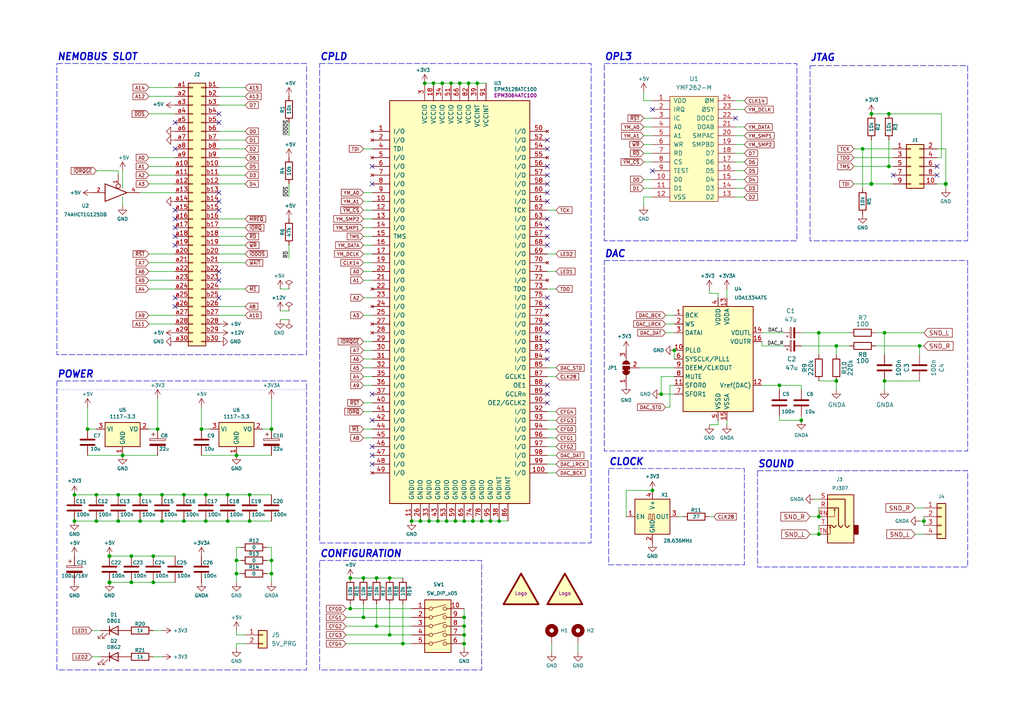
<source format=kicad_sch>
(kicad_sch (version 20250114) (generator "eeschema") (generator_version "9.0")
  (paper "A4")
  (title_block (title "Karabas-OPL3") (date "2025-07-25") (rev "A") (company "Andy Karpov") (comment 1 "Sound card for ZX Spectrum (NemoBus)"))
  (rectangle (start 175.26 75.565) (end 280.67 130.81) (stroke (width 0) (type dash)))
  (rectangle (start 219.71 136.525) (end 280.67 164.465) (stroke (width 0) (type dash)))
  (rectangle (start 176.53 135.89) (end 215.9 163.83) (stroke (width 0) (type dash)))
  (rectangle (start 92.71 162.56) (end 139.7 194.31) (stroke (width 0) (type dash)))
  (rectangle (start 16.51 110.49) (end 88.9 194.31) (stroke (width 0) (type dash)))
  (rectangle (start 234.95 19.05) (end 280.67 69.85) (stroke (width 0) (type dash)))
  (rectangle (start 92.71 18.415) (end 171.45 157.48) (stroke (width 0) (type dash)))
  (rectangle (start 175.26 18.415) (end 231.14 69.85) (stroke (width 0) (type dash)))
  (rectangle (start 16.51 18.415) (end 88.9 102.87) (stroke (width 0) (type dash)))
  (text "SOUND" (at 219.71 135.89 0) (effects (font (size 2 2) (thickness 0.4) (bold yes) (italic yes)) (justify left bottom)))
  (text "CPLD" (at 92.71 17.78 0) (effects (font (size 2 2) (thickness 0.4) (bold yes) (italic yes)) (justify left bottom)))
  (text "DAC" (at 175.26 74.93 0) (effects (font (size 2 2) (thickness 0.4) (bold yes) (italic yes)) (justify left bottom)))
  (text "CONFIGURATION" (at 92.71 161.925 0) (effects (font (size 2 2) (thickness 0.4) (bold yes) (italic yes)) (justify left bottom)))
  (text "OPL3" (at 175.26 17.78 0) (effects (font (size 2 2) (thickness 0.4) (bold yes) (italic yes)) (justify left bottom)))
  (text "JTAG" (at 234.95 18.034 0) (effects (font (size 2 2) (thickness 0.4) (bold yes) (italic yes)) (justify left bottom)))
  (text "POWER" (at 16.51 109.855 0) (effects (font (size 2 2) (thickness 0.4) (bold yes) (italic yes)) (justify left bottom)))
  (text "CLOCK" (at 176.53 135.255 0) (effects (font (size 2 2) (thickness 0.4) (bold yes) (italic yes)) (justify left bottom)))
  (text "NEMOBUS SLOT" (at 16.51 17.78 0) (effects (font (size 2 2) (thickness 0.4) (bold yes) (italic yes)) (justify left bottom)))
  (junction (at 72.39 151.13))
  (junction (at 31.75 168.91) (diameter 1.016))
  (junction (at 127 151.13))
  (junction (at 45.72 124.46))
  (junction (at 78.74 162.56))
  (junction (at 25.4 124.46))
  (junction (at 242.57 110.49))
  (junction (at 46.99 143.51))
  (junction (at 105.41 167.64))
  (junction (at 242.57 100.33))
  (junction (at 35.56 132.08))
  (junction (at 144.78 151.13))
  (junction (at 78.74 124.46))
  (junction (at 27.94 143.51))
  (junction (at 123.19 24.13))
  (junction (at 189.23 142.24))
  (junction (at 232.41 121.92))
  (junction (at 250.19 43.18))
  (junction (at 31.75 161.29) (diameter 1.016))
  (junction (at 274.32 53.34) (diameter 1.016))
  (junction (at 53.34 151.13))
  (junction (at 59.69 143.51))
  (junction (at 44.45 168.91))
  (junction (at 138.43 24.13))
  (junction (at 101.6 176.53))
  (junction (at 134.62 186.69))
  (junction (at 237.49 149.86))
  (junction (at 46.99 151.13))
  (junction (at 134.62 184.15))
  (junction (at 119.38 151.13))
  (junction (at 105.41 179.07))
  (junction (at 78.74 166.37))
  (junction (at 38.1 161.29))
  (junction (at 134.62 151.13))
  (junction (at 133.35 24.13))
  (junction (at 34.29 143.51))
  (junction (at 27.94 151.13))
  (junction (at 256.54 96.52))
  (junction (at 116.84 186.69))
  (junction (at 21.59 143.51))
  (junction (at 132.08 151.13))
  (junction (at 191.77 114.3))
  (junction (at 195.58 101.6))
  (junction (at 59.69 151.13))
  (junction (at 142.24 151.13))
  (junction (at 134.62 179.07))
  (junction (at 226.06 111.76))
  (junction (at 68.58 132.08))
  (junction (at 38.1 168.91))
  (junction (at 137.16 151.13))
  (junction (at 101.6 167.64))
  (junction (at 139.7 151.13))
  (junction (at 58.42 124.46))
  (junction (at 125.73 24.13))
  (junction (at 267.97 151.13))
  (junction (at 72.39 143.51))
  (junction (at 109.22 181.61))
  (junction (at 135.89 24.13))
  (junction (at 68.58 166.37))
  (junction (at 124.46 151.13))
  (junction (at 121.92 151.13))
  (junction (at 66.04 151.13))
  (junction (at 252.73 33.02))
  (junction (at 68.58 162.56))
  (junction (at 21.59 151.13))
  (junction (at 237.49 96.52))
  (junction (at 266.7 100.33))
  (junction (at 66.04 143.51))
  (junction (at 109.22 167.64))
  (junction (at 53.34 143.51))
  (junction (at 134.62 181.61))
  (junction (at 113.03 167.64))
  (junction (at 40.64 151.13))
  (junction (at 34.29 151.13))
  (junction (at 257.81 33.02))
  (junction (at 256.54 110.49))
  (junction (at 252.73 53.34) (diameter 1.016))
  (junction (at 40.64 143.51))
  (junction (at 128.27 24.13))
  (junction (at 237.49 154.94))
  (junction (at 44.45 161.29))
  (junction (at 113.03 184.15))
  (junction (at 130.81 24.13))
  (junction (at 257.81 48.26))
  (junction (at 129.54 151.13))
  (no_connect (at 63.5 60.96))
  (no_connect (at 158.75 96.52))
  (no_connect (at 259.08 50.8))
  (no_connect (at 158.75 53.34))
  (no_connect (at 63.5 55.88))
  (no_connect (at 63.5 58.42))
  (no_connect (at 158.75 101.6))
  (no_connect (at 158.75 40.64))
  (no_connect (at 50.8 71.12))
  (no_connect (at 158.75 55.88))
  (no_connect (at 158.75 63.5))
  (no_connect (at 63.5 86.36))
  (no_connect (at 107.95 134.62))
  (no_connect (at 213.36 34.29))
  (no_connect (at 63.5 35.56))
  (no_connect (at 63.5 33.02))
  (no_connect (at 50.8 60.96))
  (no_connect (at 107.95 129.54))
  (no_connect (at 158.75 86.36))
  (no_connect (at 158.75 43.18))
  (no_connect (at 271.78 50.8))
  (no_connect (at 158.75 116.84))
  (no_connect (at 189.23 49.53))
  (no_connect (at 63.5 81.28))
  (no_connect (at 158.75 99.06))
  (no_connect (at 158.75 58.42))
  (no_connect (at 50.8 63.5))
  (no_connect (at 50.8 68.58))
  (no_connect (at 158.75 71.12))
  (no_connect (at 158.75 50.8))
  (no_connect (at 158.75 66.04))
  (no_connect (at 50.8 35.56))
  (no_connect (at 158.75 114.3))
  (no_connect (at 107.95 132.08))
  (no_connect (at 158.75 111.76))
  (no_connect (at 107.95 48.26))
  (no_connect (at 63.5 78.74))
  (no_connect (at 158.75 68.58))
  (no_connect (at 50.8 66.04))
  (no_connect (at 50.8 86.36))
  (no_connect (at 271.78 48.26))
  (no_connect (at 158.75 88.9))
  (no_connect (at 107.95 121.92))
  (no_connect (at 107.95 114.3))
  (no_connect (at 158.75 104.14))
  (no_connect (at 107.95 53.34))
  (no_connect (at 158.75 93.98))
  (no_connect (at 158.75 48.26))
  (no_connect (at 50.8 88.9))
  (no_connect (at 189.23 31.75))
  (no_connect (at 50.8 43.18))
  (wire (pts (xy 53.34 143.51) (xy 59.69 143.51)))
  (wire (pts (xy 271.78 45.72) (xy 273.05 45.72)))
  (wire (pts (xy 46.99 143.51) (xy 53.34 143.51)))
  (wire (pts (xy 205.74 123.19) (xy 208.28 123.19)))
  (wire (pts (xy 34.29 151.13) (xy 40.64 151.13)))
  (wire (pts (xy 38.1 168.91) (xy 44.45 168.91)))
  (wire (pts (xy 105.41 86.36) (xy 107.95 86.36)))
  (wire (pts (xy 105.41 71.12) (xy 107.95 71.12)))
  (wire (pts (xy 271.78 53.34) (xy 274.32 53.34)))
  (wire (pts (xy 256.54 110.49) (xy 256.54 113.03)))
  (wire (pts (xy 105.41 109.22) (xy 107.95 109.22)))
  (wire (pts (xy 63.5 73.66) (xy 71.12 73.66)))
  (wire (pts (xy 63.5 71.12) (xy 71.12 71.12)))
  (wire (pts (xy 35.56 57.15) (xy 35.56 59.69)))
  (wire (pts (xy 213.36 31.75) (xy 215.9 31.75)))
  (wire (pts (xy 21.59 143.51) (xy 27.94 143.51)))
  (wire (pts (xy 63.5 30.48) (xy 71.12 30.48)))
  (wire (pts (xy 274.32 53.34) (xy 274.32 54.61)))
  (wire (pts (xy 105.41 78.74) (xy 107.95 78.74)))
  (wire (pts (xy 105.41 73.66) (xy 107.95 73.66)))
  (wire (pts (xy 195.58 101.6) (xy 195.58 104.14)))
  (wire (pts (xy 147.32 151.13) (xy 144.78 151.13)))
  (wire (pts (xy 83.82 35.56) (xy 83.82 39.37)))
  (wire (pts (xy 76.2 124.46) (xy 78.74 124.46)))
  (wire (pts (xy 220.98 96.52) (xy 227.33 96.52)))
  (wire (pts (xy 213.36 44.45) (xy 215.9 44.45)))
  (wire (pts (xy 134.62 181.61) (xy 134.62 179.07)))
  (wire (pts (xy 256.54 96.52) (xy 256.54 102.87)))
  (wire (pts (xy 213.36 46.99) (xy 215.9 46.99)))
  (wire (pts (xy 27.94 143.51) (xy 34.29 143.51)))
  (wire (pts (xy 213.36 57.15) (xy 215.9 57.15)))
  (wire (pts (xy 205.74 85.09) (xy 208.28 85.09)))
  (wire (pts (xy 43.18 93.98) (xy 50.8 93.98)))
  (wire (pts (xy 63.5 48.26) (xy 71.12 48.26)))
  (wire (pts (xy 63.5 76.2) (xy 71.12 76.2)))
  (wire (pts (xy 220.98 111.76) (xy 226.06 111.76)))
  (wire (pts (xy 256.54 96.52) (xy 267.97 96.52)))
  (wire (pts (xy 242.57 110.49) (xy 242.57 113.03)))
  (wire (pts (xy 105.41 127) (xy 107.95 127)))
  (wire (pts (xy 158.75 132.08) (xy 161.29 132.08)))
  (wire (pts (xy 134.62 179.07) (xy 134.62 176.53)))
  (wire (pts (xy 40.64 143.51) (xy 46.99 143.51)))
  (wire (pts (xy 116.84 186.69) (xy 119.38 186.69)))
  (wire (pts (xy 68.58 166.37) (xy 68.58 168.91)))
  (wire (pts (xy 105.41 119.38) (xy 107.95 119.38)))
  (wire (pts (xy 208.28 123.19) (xy 208.28 121.92)))
  (wire (pts (xy 109.22 168.91) (xy 109.22 167.64)))
  (wire (pts (xy 125.73 24.13) (xy 128.27 24.13)))
  (wire (pts (xy 116.84 175.26) (xy 116.84 186.69)))
  (wire (pts (xy 105.41 179.07) (xy 119.38 179.07)))
  (wire (pts (xy 232.41 96.52) (xy 237.49 96.52)))
  (wire (pts (xy 195.58 96.52) (xy 193.04 96.52)))
  (wire (pts (xy 66.04 143.51) (xy 72.39 143.51)))
  (wire (pts (xy 208.28 85.09) (xy 208.28 86.36)))
  (wire (pts (xy 34.29 49.53) (xy 34.29 50.8)))
  (wire (pts (xy 27.94 151.13) (xy 34.29 151.13)))
  (wire (pts (xy 247.65 53.34) (xy 252.73 53.34)))
  (wire (pts (xy 77.47 162.56) (xy 78.74 162.56)))
  (wire (pts (xy 100.33 186.69) (xy 116.84 186.69)))
  (wire (pts (xy 134.62 186.69) (xy 134.62 187.96)))
  (wire (pts (xy 105.41 101.6) (xy 107.95 101.6)))
  (wire (pts (xy 247.65 43.18) (xy 250.19 43.18)))
  (wire (pts (xy 158.75 73.66) (xy 161.29 73.66)))
  (wire (pts (xy 43.18 33.02) (xy 50.8 33.02)))
  (wire (pts (xy 105.41 58.42) (xy 107.95 58.42)))
  (wire (pts (xy 132.08 151.13) (xy 129.54 151.13)))
  (wire (pts (xy 66.04 151.13) (xy 72.39 151.13)))
  (wire (pts (xy 63.5 68.58) (xy 71.12 68.58)))
  (wire (pts (xy 45.72 115.57) (xy 45.72 124.46)))
  (wire (pts (xy 158.75 129.54) (xy 161.29 129.54)))
  (wire (pts (xy 234.95 149.86) (xy 237.49 149.86)))
  (wire (pts (xy 213.36 29.21) (xy 215.9 29.21)))
  (wire (pts (xy 186.69 29.21) (xy 189.23 29.21)))
  (wire (pts (xy 71.12 186.69) (xy 68.58 186.69)))
  (wire (pts (xy 266.7 151.13) (xy 267.97 151.13)))
  (wire (pts (xy 105.41 106.68) (xy 107.95 106.68)))
  (wire (pts (xy 130.81 24.13) (xy 133.35 24.13)))
  (wire (pts (xy 72.39 151.13) (xy 78.74 151.13)))
  (wire (pts (xy 43.18 53.34) (xy 50.8 53.34)))
  (wire (pts (xy 186.69 36.83) (xy 189.23 36.83)))
  (wire (pts (xy 78.74 162.56) (xy 78.74 166.37)))
  (wire (pts (xy 100.33 179.07) (xy 105.41 179.07)))
  (wire (pts (xy 237.49 96.52) (xy 237.49 102.87)))
  (wire (pts (xy 266.7 100.33) (xy 267.97 100.33)))
  (wire (pts (xy 237.49 96.52) (xy 246.38 96.52)))
  (wire (pts (xy 226.06 120.65) (xy 226.06 121.92)))
  (wire (pts (xy 44.45 182.88) (xy 46.99 182.88)))
  (wire (pts (xy 226.06 111.76) (xy 232.41 111.76)))
  (wire (pts (xy 236.22 144.78) (xy 237.49 144.78)))
  (wire (pts (xy 26.67 182.88) (xy 29.21 182.88)))
  (wire (pts (xy 43.18 76.2) (xy 50.8 76.2)))
  (wire (pts (xy 137.16 151.13) (xy 134.62 151.13)))
  (wire (pts (xy 158.75 78.74) (xy 161.29 78.74)))
  (wire (pts (xy 213.36 39.37) (xy 215.9 39.37)))
  (wire (pts (xy 121.92 151.13) (xy 119.38 151.13)))
  (wire (pts (xy 186.69 34.29) (xy 189.23 34.29)))
  (wire (pts (xy 266.7 100.33) (xy 266.7 102.87)))
  (wire (pts (xy 105.41 104.14) (xy 107.95 104.14)))
  (wire (pts (xy 105.41 99.06) (xy 107.95 99.06)))
  (wire (pts (xy 265.43 147.32) (xy 267.97 147.32)))
  (wire (pts (xy 63.5 25.4) (xy 71.12 25.4)))
  (wire (pts (xy 252.73 40.64) (xy 252.73 53.34)))
  (wire (pts (xy 81.28 92.71) (xy 83.82 92.71)))
  (wire (pts (xy 186.69 54.61) (xy 189.23 54.61)))
  (wire (pts (xy 69.85 158.75) (xy 68.58 158.75)))
  (wire (pts (xy 181.61 142.24) (xy 181.61 149.86)))
  (wire (pts (xy 63.5 66.04) (xy 71.12 66.04)))
  (wire (pts (xy 31.75 161.29) (xy 38.1 161.29)))
  (wire (pts (xy 27.94 49.53) (xy 34.29 49.53)))
  (wire (pts (xy 113.03 168.91) (xy 113.03 167.64)))
  (wire (pts (xy 78.74 115.57) (xy 78.74 124.46)))
  (wire (pts (xy 158.75 137.16) (xy 161.29 137.16)))
  (wire (pts (xy 127 151.13) (xy 124.46 151.13)))
  (wire (pts (xy 186.69 46.99) (xy 189.23 46.99)))
  (wire (pts (xy 43.18 81.28) (xy 50.8 81.28)))
  (wire (pts (xy 81.28 90.17) (xy 83.82 90.17)))
  (wire (pts (xy 267.97 149.86) (xy 267.97 151.13)))
  (wire (pts (xy 38.1 161.29) (xy 44.45 161.29)))
  (wire (pts (xy 250.19 43.18) (xy 259.08 43.18)))
  (wire (pts (xy 158.75 121.92) (xy 161.29 121.92)))
  (wire (pts (xy 142.24 151.13) (xy 139.7 151.13)))
  (polyline (pts (xy 16.51 113.03) (xy 88.9 113.03)) (stroke (width 0) (type dot)))
  (wire (pts (xy 128.27 24.13) (xy 130.81 24.13)))
  (wire (pts (xy 43.18 27.94) (xy 50.8 27.94)))
  (wire (pts (xy 40.64 151.13) (xy 46.99 151.13)))
  (wire (pts (xy 274.32 43.18) (xy 274.32 53.34)))
  (wire (pts (xy 109.22 181.61) (xy 119.38 181.61)))
  (wire (pts (xy 25.4 132.08) (xy 35.56 132.08)))
  (wire (pts (xy 265.43 154.94) (xy 267.97 154.94)))
  (wire (pts (xy 68.58 158.75) (xy 68.58 162.56)))
  (wire (pts (xy 63.5 45.72) (xy 71.12 45.72)))
  (wire (pts (xy 194.31 111.76) (xy 194.31 118.11)))
  (wire (pts (xy 105.41 66.04) (xy 107.95 66.04)))
  (wire (pts (xy 105.41 68.58) (xy 107.95 68.58)))
  (wire (pts (xy 210.82 123.19) (xy 210.82 121.92)))
  (wire (pts (xy 186.69 39.37) (xy 189.23 39.37)))
  (wire (pts (xy 134.62 184.15) (xy 134.62 181.61)))
  (wire (pts (xy 237.49 147.32) (xy 237.49 149.86)))
  (wire (pts (xy 220.98 100.33) (xy 227.33 100.33)))
  (wire (pts (xy 26.67 190.5) (xy 29.21 190.5)))
  (wire (pts (xy 226.06 121.92) (xy 232.41 121.92)))
  (wire (pts (xy 232.41 100.33) (xy 242.57 100.33)))
  (wire (pts (xy 72.39 143.51) (xy 78.74 143.51)))
  (wire (pts (xy 158.75 134.62) (xy 161.29 134.62)))
  (wire (pts (xy 213.36 41.91) (xy 215.9 41.91)))
  (wire (pts (xy 198.12 149.86) (xy 196.85 149.86)))
  (wire (pts (xy 100.33 176.53) (xy 101.6 176.53)))
  (wire (pts (xy 43.18 91.44) (xy 50.8 91.44)))
  (wire (pts (xy 43.18 78.74) (xy 50.8 78.74)))
  (wire (pts (xy 83.82 71.12) (xy 83.82 74.93)))
  (wire (pts (xy 68.58 162.56) (xy 68.58 166.37)))
  (wire (pts (xy 158.75 109.22) (xy 161.29 109.22)))
  (wire (pts (xy 135.89 24.13) (xy 138.43 24.13)))
  (wire (pts (xy 226.06 111.76) (xy 226.06 113.03)))
  (wire (pts (xy 213.36 54.61) (xy 215.9 54.61)))
  (wire (pts (xy 63.5 27.94) (xy 71.12 27.94)))
  (wire (pts (xy 59.69 151.13) (xy 66.04 151.13)))
  (wire (pts (xy 186.69 44.45) (xy 189.23 44.45)))
  (wire (pts (xy 134.62 186.69) (xy 134.62 184.15)))
  (wire (pts (xy 195.58 91.44) (xy 193.04 91.44)))
  (wire (pts (xy 43.18 45.72) (xy 50.8 45.72)))
  (wire (pts (xy 63.5 63.5) (xy 71.12 63.5)))
  (wire (pts (xy 105.41 167.64) (xy 109.22 167.64)))
  (wire (pts (xy 129.54 151.13) (xy 127 151.13)))
  (wire (pts (xy 105.41 175.26) (xy 105.41 179.07)))
  (wire (pts (xy 210.82 83.82) (xy 210.82 86.36)))
  (wire (pts (xy 68.58 132.08) (xy 78.74 132.08)))
  (wire (pts (xy 123.19 24.13) (xy 125.73 24.13)))
  (wire (pts (xy 68.58 186.69) (xy 68.58 187.96)))
  (wire (pts (xy 186.69 26.67) (xy 186.69 29.21)))
  (wire (pts (xy 144.78 151.13) (xy 142.24 151.13)))
  (wire (pts (xy 44.45 190.5) (xy 46.99 190.5)))
  (wire (pts (xy 189.23 57.15) (xy 186.69 57.15)))
  (wire (pts (xy 100.33 184.15) (xy 113.03 184.15)))
  (wire (pts (xy 78.74 166.37) (xy 78.74 168.91)))
  (wire (pts (xy 43.18 83.82) (xy 50.8 83.82)))
  (wire (pts (xy 101.6 168.91) (xy 101.6 167.64)))
  (wire (pts (xy 81.28 83.82) (xy 83.82 83.82)))
  (wire (pts (xy 83.82 53.34) (xy 83.82 57.15)))
  (wire (pts (xy 77.47 166.37) (xy 78.74 166.37)))
  (wire (pts (xy 105.41 43.18) (xy 107.95 43.18)))
  (wire (pts (xy 58.42 118.11) (xy 58.42 124.46)))
  (wire (pts (xy 133.35 24.13) (xy 135.89 24.13)))
  (wire (pts (xy 109.22 175.26) (xy 109.22 181.61)))
  (wire (pts (xy 43.18 50.8) (xy 50.8 50.8)))
  (wire (pts (xy 63.5 38.1) (xy 71.12 38.1)))
  (wire (pts (xy 105.41 116.84) (xy 107.95 116.84)))
  (wire (pts (xy 257.81 40.64) (xy 257.81 48.26)))
  (wire (pts (xy 252.73 53.34) (xy 259.08 53.34)))
  (wire (pts (xy 158.75 119.38) (xy 161.29 119.38)))
  (wire (pts (xy 100.33 181.61) (xy 109.22 181.61)))
  (wire (pts (xy 237.49 152.4) (xy 237.49 154.94)))
  (wire (pts (xy 63.5 83.82) (xy 71.12 83.82)))
  (wire (pts (xy 160.02 186.69) (xy 160.02 189.23)))
  (wire (pts (xy 105.41 168.91) (xy 105.41 167.64)))
  (wire (pts (xy 158.75 60.96) (xy 161.29 60.96)))
  (wire (pts (xy 44.45 161.29) (xy 50.8 161.29)))
  (wire (pts (xy 34.29 143.51) (xy 40.64 143.51)))
  (wire (pts (xy 254 100.33) (xy 266.7 100.33)))
  (wire (pts (xy 124.46 151.13) (xy 121.92 151.13)))
  (wire (pts (xy 69.85 166.37) (xy 68.58 166.37)))
  (wire (pts (xy 271.78 43.18) (xy 274.32 43.18)))
  (wire (pts (xy 186.69 57.15) (xy 186.69 59.69)))
  (wire (pts (xy 63.5 91.44) (xy 71.12 91.44)))
  (wire (pts (xy 189.23 142.24) (xy 181.61 142.24)))
  (wire (pts (xy 31.75 168.91) (xy 38.1 168.91)))
  (wire (pts (xy 213.36 36.83) (xy 215.9 36.83)))
  (wire (pts (xy 134.62 151.13) (xy 132.08 151.13)))
  (wire (pts (xy 242.57 100.33) (xy 242.57 102.87)))
  (wire (pts (xy 25.4 118.11) (xy 25.4 124.46)))
  (wire (pts (xy 232.41 120.65) (xy 232.41 121.92)))
  (wire (pts (xy 78.74 158.75) (xy 78.74 162.56)))
  (wire (pts (xy 77.47 158.75) (xy 78.74 158.75)))
  (wire (pts (xy 46.99 151.13) (xy 53.34 151.13)))
  (wire (pts (xy 105.41 76.2) (xy 107.95 76.2)))
  (wire (pts (xy 205.74 149.86) (xy 207.01 149.86)))
  (wire (pts (xy 105.41 60.96) (xy 107.95 60.96)))
  (wire (pts (xy 252.73 33.02) (xy 257.81 33.02)))
  (wire (pts (xy 105.41 111.76) (xy 107.95 111.76)))
  (wire (pts (xy 63.5 53.34) (xy 71.12 53.34)))
  (wire (pts (xy 234.95 154.94) (xy 237.49 154.94)))
  (wire (pts (xy 71.12 184.15) (xy 68.58 184.15)))
  (wire (pts (xy 101.6 176.53) (xy 119.38 176.53)))
  (wire (pts (xy 44.45 168.91) (xy 50.8 168.91)))
  (wire (pts (xy 35.56 132.08) (xy 45.72 132.08)))
  (wire (pts (xy 138.43 24.13) (xy 140.97 24.13)))
  (wire (pts (xy 139.7 151.13) (xy 137.16 151.13)))
  (wire (pts (xy 21.59 151.13) (xy 27.94 151.13)))
  (wire (pts (xy 195.58 93.98) (xy 193.04 93.98)))
  (wire (pts (xy 254 96.52) (xy 256.54 96.52)))
  (wire (pts (xy 58.42 124.46) (xy 60.96 124.46)))
  (wire (pts (xy 205.74 83.82) (xy 205.74 85.09)))
  (wire (pts (xy 267.97 151.13) (xy 267.97 152.4)))
  (wire (pts (xy 247.65 45.72) (xy 259.08 45.72)))
  (wire (pts (xy 191.77 109.22) (xy 191.77 114.3)))
  (wire (pts (xy 158.75 127) (xy 161.29 127)))
  (wire (pts (xy 242.57 100.33) (xy 246.38 100.33)))
  (wire (pts (xy 43.18 124.46) (xy 45.72 124.46)))
  (wire (pts (xy 105.41 124.46) (xy 107.95 124.46)))
  (wire (pts (xy 101.6 167.64) (xy 105.41 167.64)))
  (wire (pts (xy 105.41 91.44) (xy 107.95 91.44)))
  (wire (pts (xy 35.56 49.53) (xy 35.56 54.61)))
  (wire (pts (xy 167.64 186.69) (xy 167.64 189.23)))
  (wire (pts (xy 191.77 114.3) (xy 195.58 114.3)))
  (wire (pts (xy 113.03 175.26) (xy 113.03 184.15)))
  (wire (pts (xy 40.64 55.88) (xy 50.8 55.88)))
  (wire (pts (xy 257.81 48.26) (xy 259.08 48.26)))
  (wire (pts (xy 105.41 81.28) (xy 107.95 81.28)))
  (wire (pts (xy 43.18 73.66) (xy 50.8 73.66)))
  (wire (pts (xy 220.98 100.33) (xy 220.98 99.06)))
  (wire (pts (xy 63.5 88.9) (xy 71.12 88.9)))
  (wire (pts (xy 186.69 41.91) (xy 189.23 41.91)))
  (wire (pts (xy 232.41 111.76) (xy 232.41 113.03)))
  (wire (pts (xy 186.69 52.07) (xy 189.23 52.07)))
  (wire (pts (xy 247.65 48.26) (xy 257.81 48.26)))
  (wire (pts (xy 185.42 106.68) (xy 195.58 106.68)))
  (wire (pts (xy 101.6 175.26) (xy 101.6 176.53)))
  (wire (pts (xy 158.75 106.68) (xy 161.29 106.68)))
  (wire (pts (xy 158.75 83.82) (xy 161.29 83.82)))
  (wire (pts (xy 250.19 54.61) (xy 250.19 43.18)))
  (wire (pts (xy 257.81 33.02) (xy 273.05 33.02)))
  (wire (pts (xy 63.5 40.64) (xy 71.12 40.64)))
  (wire (pts (xy 43.18 48.26) (xy 50.8 48.26)))
  (wire (pts (xy 256.54 110.49) (xy 266.7 110.49)))
  (wire (pts (xy 58.42 132.08) (xy 68.58 132.08)))
  (wire (pts (xy 63.5 43.18) (xy 71.12 43.18)))
  (wire (pts (xy 213.36 52.07) (xy 215.9 52.07)))
  (wire (pts (xy 105.41 63.5) (xy 107.95 63.5)))
  (wire (pts (xy 237.49 110.49) (xy 242.57 110.49)))
  (wire (pts (xy 109.22 167.64) (xy 113.03 167.64)))
  (wire (pts (xy 113.03 184.15) (xy 119.38 184.15)))
  (wire (pts (xy 53.34 151.13) (xy 59.69 151.13)))
  (wire (pts (xy 105.41 55.88) (xy 107.95 55.88)))
  (wire (pts (xy 69.85 162.56) (xy 68.58 162.56)))
  (wire (pts (xy 158.75 124.46) (xy 161.29 124.46)))
  (wire (pts (xy 68.58 184.15) (xy 68.58 182.88)))
  (wire (pts (xy 43.18 25.4) (xy 50.8 25.4)))
  (wire (pts (xy 213.36 49.53) (xy 215.9 49.53)))
  (wire (pts (xy 191.77 109.22) (xy 195.58 109.22)))
  (wire (pts (xy 273.05 33.02) (xy 273.05 45.72)))
  (wire (pts (xy 63.5 50.8) (xy 71.12 50.8)))
  (wire (pts (xy 59.69 143.51) (xy 66.04 143.51)))
  (wire (pts (xy 113.03 167.64) (xy 116.84 167.64)))
  (wire (pts (xy 25.4 124.46) (xy 27.94 124.46)))
  (wire (pts (xy 195.58 111.76) (xy 194.31 111.76)))
  (wire (pts (xy 193.04 118.11) (xy 194.31 118.11)))
  (label "DAC_L" (at 227.33 96.52 180) (effects (font (size 1 1))))
  (label "~{RD}" (at 83.82 74.93 90) (effects (font (size 0.9906 0.9906))))
  (label "~{DOS}" (at 83.82 57.15 90) (effects (font (size 0.9906 0.9906))))
  (label "DAC_R" (at 227.33 100.33 180) (effects (font (size 1 1))))
  (label "~{IODOS}" (at 83.82 39.37 90) (effects (font (size 0.9906 0.9906))))
  (global_label "A1" (shape input) (at 105.41 81.28 180) (effects (font (size 0.9906 0.9906))) (property "Intersheetrefs" "${INTERSHEET_REFS}" (effects (hide yes))))
  (global_label "D7" (shape input) (at 215.9 44.45 0) (effects (font (size 0.9906 0.9906))) (property "Intersheetrefs" "${INTERSHEET_REFS}" (effects (hide yes))))
  (global_label "TCK" (shape input) (at 247.65 43.18 180) (effects (font (size 0.9906 0.9906))) (property "Intersheetrefs" "${INTERSHEET_REFS}" (effects (hide yes))))
  (global_label "A7" (shape input) (at 105.41 101.6 180) (effects (font (size 0.9906 0.9906))) (property "Intersheetrefs" "${INTERSHEET_REFS}" (effects (hide yes))))
  (global_label "A1" (shape input) (at 43.18 48.26 180) (effects (font (size 0.9906 0.9906))) (property "Intersheetrefs" "${INTERSHEET_REFS}" (effects (hide yes))))
  (global_label "D4" (shape input) (at 71.12 53.34 0) (effects (font (size 0.9906 0.9906))) (property "Intersheetrefs" "${INTERSHEET_REFS}" (effects (hide yes))))
  (global_label "D2" (shape input) (at 71.12 43.18 0) (effects (font (size 0.9906 0.9906))) (property "Intersheetrefs" "${INTERSHEET_REFS}" (effects (hide yes))))
  (global_label "A0" (shape input) (at 43.18 45.72 180) (effects (font (size 0.9906 0.9906))) (property "Intersheetrefs" "${INTERSHEET_REFS}" (effects (hide yes))))
  (global_label "A9" (shape input) (at 43.18 91.44 180) (effects (font (size 0.9906 0.9906))) (property "Intersheetrefs" "${INTERSHEET_REFS}" (effects (hide yes))))
  (global_label "DAC_LRCK" (shape input) (at 193.04 93.98 180) (effects (font (size 0.9906 0.9906))) (property "Intersheetrefs" "${INTERSHEET_REFS}" (effects (hide yes))))
  (global_label "DAC_LRCK" (shape input) (at 161.29 134.62 0) (effects (font (size 0.9906 0.9906))) (property "Intersheetrefs" "${INTERSHEET_REFS}" (effects (hide yes))))
  (global_label "D2" (shape input) (at 215.9 57.15 0) (effects (font (size 0.9906 0.9906))) (property "Intersheetrefs" "${INTERSHEET_REFS}" (effects (hide yes))))
  (global_label "~{WR}" (shape input) (at 71.12 71.12 0) (effects (font (size 0.9906 0.9906))) (property "Intersheetrefs" "${INTERSHEET_REFS}" (effects (hide yes))))
  (global_label "~{IORQ}" (shape input) (at 105.41 119.38 180) (effects (font (size 0.9906 0.9906))) (property "Intersheetrefs" "${INTERSHEET_REFS}" (effects (hide yes))))
  (global_label "A8" (shape input) (at 71.12 88.9 0) (effects (font (size 0.9906 0.9906))) (property "Intersheetrefs" "${INTERSHEET_REFS}" (effects (hide yes))))
  (global_label "CFG0" (shape input) (at 161.29 124.46 0) (effects (font (size 0.9906 0.9906))) (property "Intersheetrefs" "${INTERSHEET_REFS}" (effects (hide yes))))
  (global_label "TMS" (shape input) (at 105.41 68.58 180) (effects (font (size 0.9906 0.9906))) (property "Intersheetrefs" "${INTERSHEET_REFS}" (effects (hide yes))))
  (global_label "A11" (shape input) (at 43.18 93.98 180) (effects (font (size 0.9906 0.9906))) (property "Intersheetrefs" "${INTERSHEET_REFS}" (effects (hide yes))))
  (global_label "D6" (shape input) (at 71.12 45.72 0) (effects (font (size 0.9906 0.9906))) (property "Intersheetrefs" "${INTERSHEET_REFS}" (effects (hide yes))))
  (global_label "A10" (shape input) (at 71.12 91.44 0) (effects (font (size 0.9906 0.9906))) (property "Intersheetrefs" "${INTERSHEET_REFS}" (effects (hide yes))))
  (global_label "D3" (shape input) (at 215.9 54.61 0) (effects (font (size 0.9906 0.9906))) (property "Intersheetrefs" "${INTERSHEET_REFS}" (effects (hide yes))))
  (global_label "D6" (shape input) (at 215.9 46.99 0) (effects (font (size 0.9906 0.9906))) (property "Intersheetrefs" "${INTERSHEET_REFS}" (effects (hide yes))))
  (global_label "YM_SMP1" (shape input) (at 215.9 39.37 0) (effects (font (size 0.9906 0.9906))) (property "Intersheetrefs" "${INTERSHEET_REFS}" (effects (hide yes))))
  (global_label "TMS" (shape input) (at 247.65 48.26 180) (effects (font (size 0.9906 0.9906))) (property "Intersheetrefs" "${INTERSHEET_REFS}" (effects (hide yes))))
  (global_label "A15" (shape input) (at 71.12 25.4 0) (effects (font (size 0.9906 0.9906))) (property "Intersheetrefs" "${INTERSHEET_REFS}" (effects (hide yes))))
  (global_label "A2" (shape input) (at 105.41 86.36 180) (effects (font (size 0.9906 0.9906))) (property "Intersheetrefs" "${INTERSHEET_REFS}" (effects (hide yes))))
  (global_label "DAC_STD" (shape input) (at 161.29 106.68 0) (effects (font (size 0.9906 0.9906))) (property "Intersheetrefs" "${INTERSHEET_REFS}" (effects (hide yes))))
  (global_label "A5" (shape input) (at 105.41 106.68 180) (effects (font (size 0.9906 0.9906))) (property "Intersheetrefs" "${INTERSHEET_REFS}" (effects (hide yes))))
  (global_label "A6" (shape input) (at 105.41 104.14 180) (effects (font (size 0.9906 0.9906))) (property "Intersheetrefs" "${INTERSHEET_REFS}" (effects (hide yes))))
  (global_label "YM_SMP2" (shape input) (at 215.9 41.91 0) (effects (font (size 0.9906 0.9906))) (property "Intersheetrefs" "${INTERSHEET_REFS}" (effects (hide yes))))
  (global_label "D1" (shape input) (at 71.12 40.64 0) (effects (font (size 0.9906 0.9906))) (property "Intersheetrefs" "${INTERSHEET_REFS}" (effects (hide yes))))
  (global_label "~{RD}" (shape input) (at 71.12 68.58 0) (effects (font (size 0.9906 0.9906))) (property "Intersheetrefs" "${INTERSHEET_REFS}" (effects (hide yes))))
  (global_label "A3" (shape input) (at 105.41 91.44 180) (effects (font (size 0.9906 0.9906))) (property "Intersheetrefs" "${INTERSHEET_REFS}" (effects (hide yes))))
  (global_label "D4" (shape input) (at 215.9 52.07 0) (effects (font (size 0.9906 0.9906))) (property "Intersheetrefs" "${INTERSHEET_REFS}" (effects (hide yes))))
  (global_label "YM_DATA" (shape input) (at 105.41 71.12 180) (effects (font (size 0.9906 0.9906))) (property "Intersheetrefs" "${INTERSHEET_REFS}" (effects (hide yes))))
  (global_label "DAC_BCK" (shape input) (at 161.29 137.16 0) (effects (font (size 0.9906 0.9906))) (property "Intersheetrefs" "${INTERSHEET_REFS}" (effects (hide yes))))
  (global_label "D5" (shape input) (at 71.12 48.26 0) (effects (font (size 0.9906 0.9906))) (property "Intersheetrefs" "${INTERSHEET_REFS}" (effects (hide yes))))
  (global_label "TDI" (shape input) (at 105.41 43.18 180) (effects (font (size 0.9906 0.9906))) (property "Intersheetrefs" "${INTERSHEET_REFS}" (effects (hide yes))))
  (global_label "TDO" (shape input) (at 247.65 45.72 180) (effects (font (size 0.9906 0.9906))) (property "Intersheetrefs" "${INTERSHEET_REFS}" (effects (hide yes))))
  (global_label "YM_SMP2" (shape input) (at 105.41 63.5 180) (effects (font (size 0.9906 0.9906))) (property "Intersheetrefs" "${INTERSHEET_REFS}" (effects (hide yes))))
  (global_label "~{RST}" (shape input) (at 105.41 116.84 180) (effects (font (size 0.9906 0.9906))) (property "Intersheetrefs" "${INTERSHEET_REFS}" (effects (hide yes))))
  (global_label "~{RD}" (shape input) (at 186.69 44.45 180) (effects (font (size 0.9906 0.9906))) (property "Intersheetrefs" "${INTERSHEET_REFS}" (effects (hide yes))))
  (global_label "LED1" (shape input) (at 161.29 78.74 0) (effects (font (size 0.9906 0.9906))) (property "Intersheetrefs" "${INTERSHEET_REFS}" (effects (hide yes))))
  (global_label "A4" (shape input) (at 43.18 83.82 180) (effects (font (size 0.9906 0.9906))) (property "Intersheetrefs" "${INTERSHEET_REFS}" (effects (hide yes))))
  (global_label "A3" (shape input) (at 43.18 53.34 180) (effects (font (size 0.9906 0.9906))) (property "Intersheetrefs" "${INTERSHEET_REFS}" (effects (hide yes))))
  (global_label "A8" (shape input) (at 105.41 127 180) (effects (font (size 0.9906 0.9906))) (property "Intersheetrefs" "${INTERSHEET_REFS}" (effects (hide yes))))
  (global_label "CFG2" (shape input) (at 100.33 181.61 180) (effects (font (size 0.9906 0.9906))) (property "Intersheetrefs" "${INTERSHEET_REFS}" (effects (hide yes))))
  (global_label "YM_A1" (shape input) (at 105.41 58.42 180) (effects (font (size 0.9906 0.9906))) (property "Intersheetrefs" "${INTERSHEET_REFS}" (effects (hide yes))))
  (global_label "~{IORQ}" (shape input) (at 71.12 66.04 0) (effects (font (size 0.9906 0.9906))) (property "Intersheetrefs" "${INTERSHEET_REFS}" (effects (hide yes))))
  (global_label "YM_DATA" (shape input) (at 215.9 36.83 0) (effects (font (size 0.9906 0.9906))) (property "Intersheetrefs" "${INTERSHEET_REFS}" (effects (hide yes))))
  (global_label "D0" (shape input) (at 186.69 52.07 180) (effects (font (size 0.9906 0.9906))) (property "Intersheetrefs" "${INTERSHEET_REFS}" (effects (hide yes))))
  (global_label "A0" (shape input) (at 105.41 78.74 180) (effects (font (size 0.9906 0.9906))) (property "Intersheetrefs" "${INTERSHEET_REFS}" (effects (hide yes))))
  (global_label "CFG1" (shape input) (at 161.29 127 0) (effects (font (size 0.9906 0.9906))) (property "Intersheetrefs" "${INTERSHEET_REFS}" (effects (hide yes))))
  (global_label "CLK14" (shape input) (at 215.9 29.21 0) (effects (font (size 0.9906 0.9906))) (property "Intersheetrefs" "${INTERSHEET_REFS}" (effects (hide yes))))
  (global_label "~{IORQGE}" (shape input) (at 27.94 49.53 180) (effects (font (size 0.9906 0.9906))) (property "Intersheetrefs" "${INTERSHEET_REFS}" (effects (hide yes))))
  (global_label "SND_L" (shape input) (at 267.97 96.52 0) (property "Intersheetrefs" "${INTERSHEET_REFS}" (effects (hide yes))))
  (global_label "CFG0" (shape input) (at 100.33 176.53 180) (effects (font (size 0.9906 0.9906))) (property "Intersheetrefs" "${INTERSHEET_REFS}" (effects (hide yes))))
  (global_label "LED1" (shape input) (at 26.67 182.88 180) (effects (font (size 0.9906 0.9906))) (property "Intersheetrefs" "${INTERSHEET_REFS}" (effects (hide yes))))
  (global_label "~{RST}" (shape input) (at 43.18 73.66 180) (effects (font (size 0.9906 0.9906))) (property "Intersheetrefs" "${INTERSHEET_REFS}" (effects (hide yes))))
  (global_label "YM_SMP1" (shape input) (at 105.41 66.04 180) (effects (font (size 0.9906 0.9906))) (property "Intersheetrefs" "${INTERSHEET_REFS}" (effects (hide yes))))
  (global_label "CFG4" (shape input) (at 161.29 119.38 0) (effects (font (size 0.9906 0.9906))) (property "Intersheetrefs" "${INTERSHEET_REFS}" (effects (hide yes))))
  (global_label "CLK28" (shape input) (at 207.01 149.86 0) (effects (font (size 0.9906 0.9906))) (property "Intersheetrefs" "${INTERSHEET_REFS}" (effects (hide yes))))
  (global_label "SND_R" (shape input) (at 234.95 149.86 180) (property "Intersheetrefs" "${INTERSHEET_REFS}" (effects (hide yes))))
  (global_label "~{DOS}" (shape input) (at 43.18 33.02 180) (effects (font (size 0.9906 0.9906))) (property "Intersheetrefs" "${INTERSHEET_REFS}" (effects (hide yes))))
  (global_label "YM_A1" (shape input) (at 186.69 39.37 180) (effects (font (size 0.9906 0.9906))) (property "Intersheetrefs" "${INTERSHEET_REFS}" (effects (hide yes))))
  (global_label "~{M1}" (shape input) (at 71.12 83.82 0) (effects (font (size 0.9906 0.9906))) (property "Intersheetrefs" "${INTERSHEET_REFS}" (effects (hide yes))))
  (global_label "~{WAIT}" (shape input) (at 71.12 76.2 0) (effects (font (size 0.9906 0.9906))) (property "Intersheetrefs" "${INTERSHEET_REFS}" (effects (hide yes))))
  (global_label "CFG1" (shape input) (at 100.33 179.07 180) (effects (font (size 0.9906 0.9906))) (property "Intersheetrefs" "${INTERSHEET_REFS}" (effects (hide yes))))
  (global_label "SND_R" (shape input) (at 267.97 100.33 0) (property "Intersheetrefs" "${INTERSHEET_REFS}" (effects (hide yes))))
  (global_label "YM_DCLK" (shape input) (at 215.9 31.75 0) (effects (font (size 0.9906 0.9906))) (property "Intersheetrefs" "${INTERSHEET_REFS}" (effects (hide yes))))
  (global_label "A12" (shape input) (at 43.18 27.94 180) (effects (font (size 0.9906 0.9906))) (property "Intersheetrefs" "${INTERSHEET_REFS}" (effects (hide yes))))
  (global_label "~{M1}" (shape input) (at 105.41 124.46 180) (effects (font (size 0.9906 0.9906))) (property "Intersheetrefs" "${INTERSHEET_REFS}" (effects (hide yes))))
  (global_label "YM_A0" (shape input) (at 186.69 36.83 180) (effects (font (size 0.9906 0.9906))) (property "Intersheetrefs" "${INTERSHEET_REFS}" (effects (hide yes))))
  (global_label "D5" (shape input) (at 215.9 49.53 0) (effects (font (size 0.9906 0.9906))) (property "Intersheetrefs" "${INTERSHEET_REFS}" (effects (hide yes))))
  (global_label "A7" (shape input) (at 43.18 76.2 180) (effects (font (size 0.9906 0.9906))) (property "Intersheetrefs" "${INTERSHEET_REFS}" (effects (hide yes))))
  (global_label "CFG2" (shape input) (at 161.29 129.54 0) (effects (font (size 0.9906 0.9906))) (property "Intersheetrefs" "${INTERSHEET_REFS}" (effects (hide yes))))
  (global_label "~{YM_CS}" (shape input) (at 186.69 46.99 180) (effects (font (size 0.9906 0.9906))) (property "Intersheetrefs" "${INTERSHEET_REFS}" (effects (hide yes))))
  (global_label "~{MREQ}" (shape input) (at 71.12 63.5 0) (effects (font (size 0.9906 0.9906))) (property "Intersheetrefs" "${INTERSHEET_REFS}" (effects (hide yes))))
  (global_label "CFG3" (shape input) (at 161.29 121.92 0) (effects (font (size 0.9906 0.9906))) (property "Intersheetrefs" "${INTERSHEET_REFS}" (effects (hide yes))))
  (global_label "~{RST}" (shape input) (at 186.69 34.29 180) (effects (font (size 0.9906 0.9906))) (property "Intersheetrefs" "${INTERSHEET_REFS}" (effects (hide yes))))
  (global_label "D7" (shape input) (at 71.12 30.48 0) (effects (font (size 0.9906 0.9906))) (property "Intersheetrefs" "${INTERSHEET_REFS}" (effects (hide yes))))
  (global_label "SND_L" (shape input) (at 234.95 154.94 180) (property "Intersheetrefs" "${INTERSHEET_REFS}" (effects (hide yes))))
  (global_label "D0" (shape input) (at 71.12 38.1 0) (effects (font (size 0.9906 0.9906))) (property "Intersheetrefs" "${INTERSHEET_REFS}" (effects (hide yes))))
  (global_label "CLK14" (shape input) (at 105.41 76.2 180) (effects (font (size 0.9906 0.9906))) (property "Intersheetrefs" "${INTERSHEET_REFS}" (effects (hide yes))))
  (global_label "LED2" (shape input) (at 26.67 190.5 180) (effects (font (size 0.9906 0.9906))) (property "Intersheetrefs" "${INTERSHEET_REFS}" (effects (hide yes))))
  (global_label "LED2" (shape input) (at 161.29 73.66 0) (effects (font (size 0.9906 0.9906))) (property "Intersheetrefs" "${INTERSHEET_REFS}" (effects (hide yes))))
  (global_label "A2" (shape input) (at 43.18 50.8 180) (effects (font (size 0.9906 0.9906))) (property "Intersheetrefs" "${INTERSHEET_REFS}" (effects (hide yes))))
  (global_label "TDO" (shape input) (at 161.29 83.82 0) (effects (font (size 0.9906 0.9906))) (property "Intersheetrefs" "${INTERSHEET_REFS}" (effects (hide yes))))
  (global_label "DAC_BCK" (shape input) (at 193.04 91.44 180) (effects (font (size 0.9906 0.9906))) (property "Intersheetrefs" "${INTERSHEET_REFS}" (effects (hide yes))))
  (global_label "DAC_DAT" (shape input) (at 193.04 96.52 180) (effects (font (size 0.9906 0.9906))) (property "Intersheetrefs" "${INTERSHEET_REFS}" (effects (hide yes))))
  (global_label "DAC_STD" (shape input) (at 193.04 118.11 180) (effects (font (size 0.9906 0.9906))) (property "Intersheetrefs" "${INTERSHEET_REFS}" (effects (hide yes))))
  (global_label "SND_L" (shape input) (at 265.43 154.94 180) (property "Intersheetrefs" "${INTERSHEET_REFS}" (effects (hide yes))))
  (global_label "~{WR}" (shape input) (at 186.69 41.91 180) (effects (font (size 0.9906 0.9906))) (property "Intersheetrefs" "${INTERSHEET_REFS}" (effects (hide yes))))
  (global_label "A4" (shape input) (at 105.41 109.22 180) (effects (font (size 0.9906 0.9906))) (property "Intersheetrefs" "${INTERSHEET_REFS}" (effects (hide yes))))
  (global_label "~{IORQGE}" (shape input) (at 105.41 99.06 180) (effects (font (size 0.9906 0.9906))) (property "Intersheetrefs" "${INTERSHEET_REFS}" (effects (hide yes))))
  (global_label "SND_R" (shape input) (at 265.43 147.32 180) (property "Intersheetrefs" "${INTERSHEET_REFS}" (effects (hide yes))))
  (global_label "A6" (shape input) (at 43.18 78.74 180) (effects (font (size 0.9906 0.9906))) (property "Intersheetrefs" "${INTERSHEET_REFS}" (effects (hide yes))))
  (global_label "DAC_DAT" (shape input) (at 161.29 132.08 0) (effects (font (size 0.9906 0.9906))) (property "Intersheetrefs" "${INTERSHEET_REFS}" (effects (hide yes))))
  (global_label "A13" (shape input) (at 71.12 27.94 0) (effects (font (size 0.9906 0.9906))) (property "Intersheetrefs" "${INTERSHEET_REFS}" (effects (hide yes))))
  (global_label "YM_DCLK" (shape input) (at 105.41 73.66 180) (effects (font (size 0.9906 0.9906))) (property "Intersheetrefs" "${INTERSHEET_REFS}" (effects (hide yes))))
  (global_label "TDI" (shape input) (at 247.65 53.34 180) (effects (font (size 0.9906 0.9906))) (property "Intersheetrefs" "${INTERSHEET_REFS}" (effects (hide yes))))
  (global_label "CLK28" (shape input) (at 161.29 109.22 0) (effects (font (size 0.9906 0.9906))) (property "Intersheetrefs" "${INTERSHEET_REFS}" (effects (hide yes))))
  (global_label "A14" (shape input) (at 43.18 25.4 180) (effects (font (size 0.9906 0.9906))) (property "Intersheetrefs" "${INTERSHEET_REFS}" (effects (hide yes))))
  (global_label "~{IODOS}" (shape input) (at 71.12 73.66 0) (effects (font (size 0.9906 0.9906))) (property "Intersheetrefs" "${INTERSHEET_REFS}" (effects (hide yes))))
  (global_label "TCK" (shape input) (at 161.29 60.96 0) (effects (font (size 0.9906 0.9906))) (property "Intersheetrefs" "${INTERSHEET_REFS}" (effects (hide yes))))
  (global_label "D3" (shape input) (at 71.12 50.8 0) (effects (font (size 0.9906 0.9906))) (property "Intersheetrefs" "${INTERSHEET_REFS}" (effects (hide yes))))
  (global_label "CFG3" (shape input) (at 100.33 184.15 180) (effects (font (size 0.9906 0.9906))) (property "Intersheetrefs" "${INTERSHEET_REFS}" (effects (hide yes))))
  (global_label "A5" (shape input) (at 43.18 81.28 180) (effects (font (size 0.9906 0.9906))) (property "Intersheetrefs" "${INTERSHEET_REFS}" (effects (hide yes))))
  (global_label "D1" (shape input) (at 186.69 54.61 180) (effects (font (size 0.9906 0.9906))) (property "Intersheetrefs" "${INTERSHEET_REFS}" (effects (hide yes))))
  (global_label "CFG4" (shape input) (at 100.33 186.69 180) (effects (font (size 0.9906 0.9906))) (property "Intersheetrefs" "${INTERSHEET_REFS}" (effects (hide yes))))
  (global_label "~{YM_CS}" (shape input) (at 105.41 60.96 180) (effects (font (size 0.9906 0.9906))) (property "Intersheetrefs" "${INTERSHEET_REFS}" (effects (hide yes))))
  (global_label "YM_A0" (shape input) (at 105.41 55.88 180) (effects (font (size 0.9906 0.9906))) (property "Intersheetrefs" "${INTERSHEET_REFS}" (effects (hide yes))))
  (global_label "A9" (shape input) (at 105.41 111.76 180) (effects (font (size 0.9906 0.9906))) (property "Intersheetrefs" "${INTERSHEET_REFS}" (effects (hide yes))))
  (symbol (lib_id "power:+5V") (at 25.4 118.11 0) (unit 1)
    (property "Reference" "#PWR035" (effects (hide yes)))
    (property "Value" "+5V" (at 25.4 114.3 0) (effects (font (size 1 1))))
    (property "Description" "Power symbol creates a global label with name \"+5V\"" (effects (hide yes)))
  )
  (symbol (lib_id "Connector_Generic:Conn_02x05_Odd_Even") (at 264.16 48.26 0) (unit 1)
    (property "Reference" "J1" (at 265.43 40.64 0) (effects (font (size 1 1))))
    (property "Value" "Conn_02x05_Odd_Even" (effects (hide yes)))
    (property "Footprint" "Connector_PinHeader_2.54mm:PinHeader_2x05_P2.54mm_Vertical" (effects (hide yes)))
    (property "Desc" "JTAG" (effects (hide yes)))
  )
  (symbol (lib_id "power:+5V") (at 31.75 161.29 0) (unit 1)
    (property "Reference" "#PWR050" (effects (hide yes)))
    (property "Value" "+5V" (at 31.75 157.48 0) (effects (font (size 1 1))))
    (property "Description" "Power symbol creates a global label with name \"+5V\"" (effects (hide yes)))
  )
  (symbol (lib_id "Device:C") (at 38.1 165.1 180) (unit 1)
    (property "Reference" "C23" (at 40.005 163.195 0) (effects (font (size 1 1))))
    (property "Value" "100n" (at 40.64 167.005 0) (effects (font (size 1 1))))
    (property "Footprint" "Capacitor_SMD:C_0805_2012Metric_Pad1.18x1.45mm_HandSolder" (effects (hide yes)))
  )
  (symbol (lib_id "my:logo") (at 163.83 170.18 0) (unit 1) (in_bom no)
    (property "Reference" "LOGO2" (effects (hide yes)))
    (property "Value" "graphic" (effects (hide yes)))
    (property "Footprint" "footprints:andy_karpov_logo4_silk" (effects (hide yes)))
    (property "Desc" "Logo" (at 163.83 172.085 0) (effects (font (size 0.9906 0.9906))))
  )
  (symbol (lib_id "Device:C") (at 34.29 147.32 0) (mirror y) (unit 1)
    (property "Reference" "C13" (at 36.195 145.415 0) (effects (font (size 1 1))))
    (property "Value" "100n" (at 36.83 149.225 0) (effects (font (size 1 1))))
    (property "Footprint" "Capacitor_SMD:C_0805_2012Metric_Pad1.18x1.45mm_HandSolder" (effects (hide yes)))
  )
  (symbol (lib_id "Device:C") (at 40.64 147.32 0) (mirror y) (unit 1)
    (property "Reference" "C14" (at 42.545 145.415 0) (effects (font (size 1 1))))
    (property "Value" "100n" (at 43.18 149.225 0) (effects (font (size 1 1))))
    (property "Footprint" "Capacitor_SMD:C_0805_2012Metric_Pad1.18x1.45mm_HandSolder" (effects (hide yes)))
  )
  (symbol (lib_id "Device:C") (at 46.99 147.32 0) (mirror y) (unit 1)
    (property "Reference" "C15" (at 48.895 145.415 0) (effects (font (size 1 1))))
    (property "Value" "100n" (at 49.53 149.225 0) (effects (font (size 1 1))))
    (property "Footprint" "Capacitor_SMD:C_0805_2012Metric_Pad1.18x1.45mm_HandSolder" (effects (hide yes)))
  )
  (symbol (lib_id "Device:R") (at 252.73 36.83 0) (mirror x) (unit 1)
    (property "Reference" "R2" (at 254.635 36.83 90) (effects (font (size 1 1))))
    (property "Value" "10k" (at 252.73 36.83 90) (effects (font (size 1 1))))
    (property "Footprint" "Resistor_SMD:R_0805_2012Metric_Pad1.20x1.40mm_HandSolder" (effects (hide yes)))
  )
  (symbol (lib_id "Device:R") (at 257.81 36.83 0) (mirror x) (unit 1)
    (property "Reference" "R3" (at 259.715 36.83 90) (effects (font (size 1 1))))
    (property "Value" "10k" (at 257.81 36.83 90) (effects (font (size 1 1))))
    (property "Footprint" "Resistor_SMD:R_0805_2012Metric_Pad1.20x1.40mm_HandSolder" (effects (hide yes)))
  )
  (symbol (lib_id "Oscillator:XO91") (at 189.23 149.86 0) (unit 1)
    (property "Reference" "X1" (at 191.77 143.51 0) (effects (font (size 1 1)) (justify left)))
    (property "Value" "28.636MHz" (at 192.405 156.845 0) (effects (font (size 1 1)) (justify left)))
    (property "Footprint" "footprints:Oscillator_SMD_7050_7.0x5.0mm_mixed_3225" (effects (hide yes)))
    (property "Datasheet" "http://cdn-reichelt.de/documents/datenblatt/B400/XO91.pdf" (effects (hide yes)))
  )
  (symbol (lib_id "Device:R") (at 250.19 58.42 0) (unit 1)
    (property "Reference" "R5" (at 252.095 58.42 90) (effects (font (size 1 1))))
    (property "Value" "10k" (at 250.19 58.42 90) (effects (font (size 1 1))))
    (property "Footprint" "Resistor_SMD:R_0805_2012Metric_Pad1.20x1.40mm_HandSolder" (effects (hide yes)))
  )
  (symbol (lib_id "Device:C") (at 66.04 147.32 0) (mirror y) (unit 1)
    (property "Reference" "C18" (at 67.945 145.415 0) (effects (font (size 1 1))))
    (property "Value" "100n" (at 68.58 149.225 0) (effects (font (size 1 1))))
    (property "Footprint" "Capacitor_SMD:C_0805_2012Metric_Pad1.18x1.45mm_HandSolder" (effects (hide yes)))
  )
  (symbol (lib_id "Device:C") (at 59.69 147.32 0) (mirror y) (unit 1)
    (property "Reference" "C17" (at 61.595 145.415 0) (effects (font (size 1 1))))
    (property "Value" "100n" (at 62.23 149.225 0) (effects (font (size 1 1))))
    (property "Footprint" "Capacitor_SMD:C_0805_2012Metric_Pad1.18x1.45mm_HandSolder" (effects (hide yes)))
  )
  (symbol (lib_id "Device:C") (at 21.59 147.32 0) (mirror y) (unit 1)
    (property "Reference" "C11" (at 23.495 145.415 0) (effects (font (size 1 1))))
    (property "Value" "100n" (at 24.13 149.225 0) (effects (font (size 1 1))))
    (property "Footprint" "Capacitor_SMD:C_0805_2012Metric_Pad1.18x1.45mm_HandSolder" (effects (hide yes)))
  )
  (symbol (lib_id "Device:C") (at 27.94 147.32 0) (mirror y) (unit 1)
    (property "Reference" "C12" (at 29.845 145.415 0) (effects (font (size 1 1))))
    (property "Value" "100n" (at 30.48 149.225 0) (effects (font (size 1 1))))
    (property "Footprint" "Capacitor_SMD:C_0805_2012Metric_Pad1.18x1.45mm_HandSolder" (effects (hide yes)))
  )
  (symbol (lib_id "Device:C") (at 53.34 147.32 0) (mirror y) (unit 1)
    (property "Reference" "C16" (at 55.245 145.415 0) (effects (font (size 1 1))))
    (property "Value" "100n" (at 55.88 149.225 0) (effects (font (size 1 1))))
    (property "Footprint" "Capacitor_SMD:C_0805_2012Metric_Pad1.18x1.45mm_HandSolder" (effects (hide yes)))
  )
  (symbol (lib_id "Device:C") (at 31.75 165.1 180) (unit 1)
    (property "Reference" "C22" (at 33.655 163.195 0) (effects (font (size 1 1))))
    (property "Value" "100n" (at 34.29 167.005 0) (effects (font (size 1 1))))
    (property "Footprint" "Capacitor_SMD:C_0805_2012Metric_Pad1.18x1.45mm_HandSolder" (effects (hide yes)))
  )
  (symbol (lib_id "power:GND") (at 35.56 132.08 0) (unit 1)
    (property "Reference" "#PWR040" (effects (hide yes)))
    (property "Value" "GND" (at 35.56 135.89 0) (effects (font (size 1 1))))
    (property "Description" "Power symbol creates a global label with name \"GND\" , ground" (effects (hide yes)))
  )
  (symbol (lib_id "power:GND") (at 31.75 168.91 0) (unit 1)
    (property "Reference" "#PWR054" (effects (hide yes)))
    (property "Value" "GND" (at 31.75 172.72 0) (effects (font (size 1 1))))
    (property "Description" "Power symbol creates a global label with name \"GND\" , ground" (effects (hide yes)))
  )
  (symbol (lib_id "power:GND") (at 21.59 151.13 0) (unit 1)
    (property "Reference" "#PWR045" (effects (hide yes)))
    (property "Value" "GND" (at 21.59 154.94 0) (effects (font (size 1 1))))
    (property "Description" "Power symbol creates a global label with name \"GND\" , ground" (effects (hide yes)))
  )
  (symbol (lib_id "power:GND") (at 274.32 54.61 0) (unit 1)
    (property "Reference" "#PWR010" (effects (hide yes)))
    (property "Value" "GND" (at 274.32 58.42 0) (effects (font (size 1 1))))
    (property "Description" "Power symbol creates a global label with name \"GND\" , ground" (effects (hide yes)))
  )
  (symbol (lib_id "power:GND") (at 250.19 62.23 0) (unit 1)
    (property "Reference" "#PWR015" (effects (hide yes)))
    (property "Value" "GND" (at 250.19 66.04 0) (effects (font (size 1 1))))
    (property "Description" "Power symbol creates a global label with name \"GND\" , ground" (effects (hide yes)))
  )
  (symbol (lib_id "power:GND") (at 189.23 157.48 0) (unit 1)
    (property "Reference" "#PWR048" (effects (hide yes)))
    (property "Value" "GND" (at 189.23 161.29 0) (effects (font (size 1 1))))
    (property "Description" "Power symbol creates a global label with name \"GND\" , ground" (effects (hide yes)))
  )
  (symbol (lib_id "power:GND") (at 134.62 187.96 0) (unit 1)
    (property "Reference" "#PWR058" (effects (hide yes)))
    (property "Value" "GND" (at 134.62 191.77 0) (effects (font (size 1 1))))
    (property "Description" "Power symbol creates a global label with name \"GND\" , ground" (effects (hide yes)))
  )
  (symbol (lib_id "Device:R") (at 101.6 171.45 0) (unit 1)
    (property "Reference" "R15" (at 103.505 171.45 90) (effects (font (size 1 1))))
    (property "Value" "10k" (at 101.6 171.45 90) (effects (font (size 1 1))))
    (property "Footprint" "Resistor_SMD:R_0805_2012Metric_Pad1.20x1.40mm_HandSolder" (effects (hide yes)))
  )
  (symbol (lib_id "Device:R") (at 105.41 171.45 0) (unit 1)
    (property "Reference" "R16" (at 107.315 171.45 90) (effects (font (size 1 1))))
    (property "Value" "10k" (at 105.41 171.45 90) (effects (font (size 1 1))))
    (property "Footprint" "Resistor_SMD:R_0805_2012Metric_Pad1.20x1.40mm_HandSolder" (effects (hide yes)))
  )
  (symbol (lib_id "Device:R") (at 109.22 171.45 0) (unit 1)
    (property "Reference" "R17" (at 111.125 171.45 90) (effects (font (size 1 1))))
    (property "Value" "10k" (at 109.22 171.45 90) (effects (font (size 1 1))))
    (property "Footprint" "Resistor_SMD:R_0805_2012Metric_Pad1.20x1.40mm_HandSolder" (effects (hide yes)))
  )
  (symbol (lib_id "Device:C_Polarized") (at 21.59 165.1 0) (unit 1)
    (property "Reference" "C21" (at 22.225 163.195 0) (effects (font (size 1 1)) (justify left)))
    (property "Value" "100u/16V" (at 17.78 167.005 0) (effects (font (size 1 1)) (justify left)))
    (property "Footprint" "Capacitor_SMD:CP_Elec_6.3x7.7" (effects (hide yes)))
  )
  (symbol (lib_id "Device:C") (at 44.45 165.1 180) (unit 1)
    (property "Reference" "C24" (at 46.355 163.195 0) (effects (font (size 1 1))))
    (property "Value" "100n" (at 46.99 167.005 0) (effects (font (size 1 1))))
    (property "Footprint" "Capacitor_SMD:C_0805_2012Metric_Pad1.18x1.45mm_HandSolder" (effects (hide yes)))
  )
  (symbol (lib_id "Regulator_Linear:AMS1117-3.3") (at 35.56 124.46 0) (unit 1)
    (property "Reference" "U5" (at 35.56 118.9228 0) (effects (font (size 1 1))))
    (property "Value" "1117-3.3" (at 35.56 120.8278 0) (effects (font (size 1 1))))
    (property "Footprint" "Package_TO_SOT_SMD:SOT-223-3_TabPin2" (effects (hide yes)))
    (property "Datasheet" "http://www.advanced-monolithic.com/pdf/ds1117.pdf" (effects (hide yes)))
  )
  (symbol (lib_id "Device:R") (at 250.19 96.52 90) (unit 1)
    (property "Reference" "R7" (at 250.19 92.202 90))
    (property "Value" "100" (at 250.19 93.98 90))
    (property "Footprint" "Resistor_SMD:R_0805_2012Metric_Pad1.20x1.40mm_HandSolder" (effects (hide yes)))
  )
  (symbol (lib_id "my:EPM3064ATC100") (at 133.35 87.63 0) (unit 1)
    (property "Reference" "U3" (at 143.256 24.13 0) (effects (font (size 1 1)) (justify left)))
    (property "Value" "EPM3128ATC100" (at 143.256 25.908 0) (effects (font (size 1 1)) (justify left)))
    (property "Footprint" "Package_QFP:TQFP-100_14x14mm_P0.5mm" (effects (hide yes)))
    (property "ValueAlt" "EPM3064ATC100" (at 143.256 27.686 0) (effects (font (size 1 1)) (justify left)))
  )
  (symbol (lib_id "power:GND") (at 242.57 113.03 0) (unit 1)
    (property "Reference" "#PWR029" (effects (hide yes)))
    (property "Value" "GNDA" (at 242.697 117.4242 0))
  )
  (symbol (lib_id "power:GND") (at 167.64 189.23 0) (unit 1)
    (property "Reference" "#PWR060" (effects (hide yes)))
    (property "Value" "GND" (at 167.64 193.04 0) (effects (font (size 1 1))))
    (property "Description" "Power symbol creates a global label with name \"GND\" , ground" (effects (hide yes)))
  )
  (symbol (lib_id "Device:R") (at 116.84 171.45 0) (unit 1)
    (property "Reference" "R19" (at 118.745 171.45 90) (effects (font (size 1 1))))
    (property "Value" "10k" (at 116.84 171.45 90) (effects (font (size 1 1))))
    (property "Footprint" "Resistor_SMD:R_0805_2012Metric_Pad1.20x1.40mm_HandSolder" (effects (hide yes)))
  )
  (symbol (lib_id "power:+3V3") (at 210.82 83.82 0) (unit 1)
    (property "Reference" "#PWR019" (effects (hide yes)))
    (property "Value" "+3V3A" (at 210.82 80.01 0) (effects (font (size 1 1))))
    (property "Description" "Power symbol creates a global label with name \"+3V3\"" (effects (hide yes)))
  )
  (symbol (lib_id "Switch:SW_DIP_x05") (at 127 181.61 0) (unit 1) (in_bom no)
    (property "Reference" "SW1" (at 128.905 169.545 0) (effects (font (size 1 1)) (justify right)))
    (property "Value" "SW_DIP_x05" (at 132.715 172.085 0) (effects (font (size 1 1)) (justify right)))
    (property "Footprint" "Button_Switch_THT:SW_DIP_SPSTx05_Slide_6.7x14.26mm_W7.62mm_P2.54mm_LowProfile" (effects (hide yes)))
  )
  (symbol (lib_id "power:PWR_FLAG") (at 83.82 92.71 0) (mirror x) (unit 1)
    (property "Reference" "#FLG03" (effects (hide yes)))
    (property "Value" "PWR_FLAG" (effects (hide yes)))
    (property "Description" "Special symbol for telling ERC where power comes from" (effects (hide yes)))
  )
  (symbol (lib_id "Device:C") (at 232.41 116.84 180) (unit 1)
    (property "Reference" "C6" (at 234.95 114.3 0) (effects (font (size 1 1))))
    (property "Value" "10u" (at 234.95 119.38 0) (effects (font (size 1 1))))
    (property "Footprint" "Capacitor_SMD:C_0805_2012Metric_Pad1.18x1.45mm_HandSolder" (effects (hide yes)))
  )
  (symbol (lib_id "Device:R") (at 83.82 31.75 0) (mirror y) (unit 1)
    (property "Reference" "R1" (at 81.915 31.75 90) (effects (font (size 1 1))))
    (property "Value" "10k" (at 83.82 31.75 90) (effects (font (size 1 1))))
    (property "Footprint" "Resistor_SMD:R_0805_2012Metric_Pad1.20x1.40mm_HandSolder" (effects (hide yes)))
  )
  (symbol (lib_id "power:GND") (at 232.41 121.92 0) (unit 1)
    (property "Reference" "#PWR037" (effects (hide yes)))
    (property "Value" "GNDA" (at 232.41 126.2444 0) (effects (font (size 1 1))))
    (property "Description" "Power symbol creates a global label with name \"GND\" , ground" (effects (hide yes)))
  )
  (symbol (lib_id "Mechanical:MountingHole_Pad") (at 167.64 184.15 0) (unit 1) (in_bom no)
    (property "Reference" "H2" (at 170.18 182.8799 0) (effects (font (size 1 1)) (justify left)))
    (property "Value" "MountingHole_Pad" (effects (hide yes)))
    (property "Footprint" "MountingHole:MountingHole_2.7mm_M2.5_DIN965_Pad" (effects (hide yes)))
  )
  (symbol (lib_id "power:GND") (at 68.58 168.91 0) (unit 1)
    (property "Reference" "#PWR056" (effects (hide yes)))
    (property "Value" "GND" (at 68.58 172.72 0) (effects (font (size 1 1))))
    (property "Description" "Power symbol creates a global label with name \"GND\" , ground" (effects (hide yes)))
  )
  (symbol (lib_id "power:+3V3") (at 45.72 115.57 0) (unit 1)
    (property "Reference" "#PWR032" (effects (hide yes)))
    (property "Value" "+3V3" (at 45.72 111.76 0) (effects (font (size 1 1))))
    (property "Description" "Power symbol creates a global label with name \"+3V3\"" (effects (hide yes)))
  )
  (symbol (lib_id "Device:LED") (at 33.02 190.5 0) (unit 1)
    (property "Reference" "D2" (at 33.02 185.928 0) (effects (font (size 1 1))))
    (property "Value" "DBG2" (at 33.02 187.706 0) (effects (font (size 1 1))))
    (property "Footprint" "LED_SMD:LED_0805_2012Metric_Pad1.15x1.40mm_HandSolder" (effects (hide yes)))
    (property "Description" "Light emitting diode" (effects (hide yes)))
    (property "Sim.Pins" "1=K 2=A" (effects (hide yes)))
  )
  (symbol (lib_id "Audio:UDA1334ATS") (at 208.28 104.14 0) (unit 1)
    (property "Reference" "U4" (at 213.0141 83.82 0) (effects (font (size 1 1)) (justify left)))
    (property "Value" "UDA1334ATS" (at 213.0141 86.36 0) (effects (font (size 1 1)) (justify left)))
    (property "Footprint" "Package_SO:SSOP-16_4.4x5.2mm_P0.65mm" (effects (hide yes)))
    (property "Datasheet" "http://www.nxp.com/docs/en/data-sheet/UDA1334ATS.pdf" (effects (hide yes)))
    (property "Description" "Low Power Audio DAC with PLL, SSOP-16" (effects (hide yes)))
  )
  (symbol (lib_id "power:+3V3") (at 252.73 33.02 0) (unit 1)
    (property "Reference" "#PWR05" (effects (hide yes)))
    (property "Value" "+3V3" (at 252.73 28.956 0) (effects (font (size 1 1))))
    (property "Description" "Power symbol creates a global label with name \"+3V3\"" (effects (hide yes)))
  )
  (symbol (lib_id "power:+5V") (at 58.42 118.11 0) (unit 1)
    (property "Reference" "#PWR036" (effects (hide yes)))
    (property "Value" "+5V" (at 58.42 114.3 0) (effects (font (size 1 1))))
    (property "Description" "Power symbol creates a global label with name \"+5V\"" (effects (hide yes)))
  )
  (symbol (lib_id "Device:R") (at 83.82 49.53 0) (mirror y) (unit 1)
    (property "Reference" "R4" (at 81.915 49.53 90) (effects (font (size 1 1))))
    (property "Value" "10k" (at 83.82 49.53 90) (effects (font (size 1 1))))
    (property "Footprint" "Resistor_SMD:R_0805_2012Metric_Pad1.20x1.40mm_HandSolder" (effects (hide yes)))
  )
  (symbol (lib_id "Device:C") (at 256.54 106.68 0) (unit 1)
    (property "Reference" "C3" (at 262.9408 106.68 90))
    (property "Value" "100n" (at 260.6294 106.68 90))
    (property "Footprint" "Capacitor_SMD:C_0805_2012Metric_Pad1.18x1.45mm_HandSolder" (effects (hide yes)))
  )
  (symbol (lib_id "power:+3V3") (at 78.74 115.57 0) (unit 1)
    (property "Reference" "#PWR033" (effects (hide yes)))
    (property "Value" "+3V3A" (at 78.74 111.76 0) (effects (font (size 1 1))))
    (property "Description" "Power symbol creates a global label with name \"+3V3\"" (effects (hide yes)))
  )
  (symbol (lib_id "power:+5V") (at 68.58 182.88 0) (unit 1)
    (property "Reference" "#PWR061" (effects (hide yes)))
    (property "Value" "+5V" (at 68.58 179.07 0) (effects (font (size 1 1))))
    (property "Description" "Power symbol creates a global label with name \"+5V\"" (effects (hide yes)))
  )
  (symbol (lib_id "power:+12V") (at 81.28 90.17 0) (unit 1)
    (property "Reference" "#PWR020" (effects (hide yes)))
    (property "Value" "+12V" (at 78.74 86.36 0) (effects (font (size 1 1)) (justify left)))
    (property "Description" "Power symbol creates a global label with name \"+12V\"" (effects (hide yes)))
  )
  (symbol (lib_id "Device:C") (at 226.06 116.84 180) (unit 1)
    (property "Reference" "C5" (at 227.965 114.3 0) (effects (font (size 1 1))))
    (property "Value" "100n" (at 228.6 119.38 0) (effects (font (size 1 1))))
    (property "Footprint" "Capacitor_SMD:C_0805_2012Metric_Pad1.18x1.45mm_HandSolder" (effects (hide yes)))
  )
  (symbol (lib_id "Device:R") (at 73.66 162.56 270) (mirror x) (unit 1)
    (property "Reference" "R13" (at 73.66 160.655 90) (effects (font (size 1 1))))
    (property "Value" "0" (at 73.66 162.56 90) (effects (font (size 1 1))))
    (property "Footprint" "Resistor_SMD:R_0805_2012Metric_Pad1.20x1.40mm_HandSolder" (effects (hide yes)))
  )
  (symbol (lib_id "my:logo") (at 151.13 170.18 0) (unit 1) (in_bom no)
    (property "Reference" "LOGO1" (effects (hide yes)))
    (property "Value" "graphic" (effects (hide yes)))
    (property "Footprint" "footprints:opl3" (effects (hide yes)))
    (property "Desc" "Logo" (at 151.13 172.085 0) (effects (font (size 0.9906 0.9906))))
  )
  (symbol (lib_id "power:GND") (at 68.58 132.08 0) (unit 1)
    (property "Reference" "#PWR041" (effects (hide yes)))
    (property "Value" "GND" (at 68.58 135.89 0) (effects (font (size 1 1))))
    (property "Description" "Power symbol creates a global label with name \"GND\" , ground" (effects (hide yes)))
  )
  (symbol (lib_id "power:GND") (at 160.02 189.23 0) (unit 1)
    (property "Reference" "#PWR059" (effects (hide yes)))
    (property "Value" "GND" (at 160.02 193.04 0) (effects (font (size 1 1))))
    (property "Description" "Power symbol creates a global label with name \"GND\" , ground" (effects (hide yes)))
  )
  (symbol (lib_id "power:+5V") (at 101.6 167.64 0) (mirror y) (unit 1)
    (property "Reference" "#PWR052" (effects (hide yes)))
    (property "Value" "+5V" (at 101.6 163.83 0) (effects (font (size 1 1))))
    (property "Description" "Power symbol creates a global label with name \"+5V\"" (effects (hide yes)))
  )
  (symbol (lib_id "Device:C_Polarized") (at 78.74 128.27 0) (unit 1)
    (property "Reference" "C10" (at 80.645 126.365 0) (effects (font (size 1 1))))
    (property "Value" "22u" (at 80.645 130.175 0) (effects (font (size 1 1))))
    (property "Footprint" "Capacitor_Tantalum_SMD:CP_EIA-3216-18_Kemet-A_HandSolder" (effects (hide yes)))
  )
  (symbol (lib_id "Device:C_Polarized") (at 45.72 128.27 0) (unit 1)
    (property "Reference" "C8" (at 47.625 126.365 0) (effects (font (size 1 1))))
    (property "Value" "22u" (at 47.625 130.175 0) (effects (font (size 1 1))))
    (property "Footprint" "Capacitor_Tantalum_SMD:CP_EIA-3216-18_Kemet-A_HandSolder" (effects (hide yes)))
  )
  (symbol (lib_id "power:+5V") (at 26.67 55.88 90) (unit 1)
    (property "Reference" "#PWR011" (effects (hide yes)))
    (property "Value" "+5V" (at 23.495 55.88 90) (effects (font (size 1 1)) (justify left)))
    (property "Description" "Power symbol creates a global label with name \"+5V\"" (effects (hide yes)))
  )
  (symbol (lib_id "power:GNDA") (at 78.74 168.91 0) (unit 1)
    (property "Reference" "#PWR057" (effects (hide yes)))
    (property "Value" "GNDA" (at 78.74 172.72 0) (effects (font (size 1 1))))
    (property "Description" "Power symbol creates a global label with name \"GNDA\" , analog ground" (effects (hide yes)))
  )
  (symbol (lib_id "Device:R") (at 201.93 149.86 270) (mirror x) (unit 1)
    (property "Reference" "R11" (at 201.93 147.955 90) (effects (font (size 1 1))))
    (property "Value" "27" (at 201.93 149.86 90) (effects (font (size 1 1))))
    (property "Footprint" "Resistor_SMD:R_0805_2012Metric_Pad1.20x1.40mm_HandSolder" (effects (hide yes)))
  )
  (symbol (lib_id "Mechanical:MountingHole_Pad") (at 160.02 184.15 0) (unit 1) (in_bom no)
    (property "Reference" "H1" (at 162.56 182.8799 0) (effects (font (size 1 1)) (justify left)))
    (property "Value" "MountingHole_Pad" (effects (hide yes)))
    (property "Footprint" "MountingHole:MountingHole_2.7mm_M2.5_DIN965_Pad" (effects (hide yes)))
  )
  (symbol (lib_id "power:+3V3") (at 189.23 142.24 0) (unit 1)
    (property "Reference" "#PWR042" (effects (hide yes)))
    (property "Value" "+3V3" (at 189.23 138.176 0) (effects (font (size 1 1))))
    (property "Description" "Power symbol creates a global label with name \"+3V3\"" (effects (hide yes)))
  )
  (symbol (lib_id "power:+5V") (at 83.82 63.5 0) (unit 1)
    (property "Reference" "#PWR016" (effects (hide yes)))
    (property "Value" "+5V" (at 82.55 59.69 0) (effects (font (size 1 1)) (justify left)))
    (property "Description" "Power symbol creates a global label with name \"+5V\"" (effects (hide yes)))
  )
  (symbol (lib_id "Regulator_Linear:AMS1117-3.3") (at 68.58 124.46 0) (unit 1)
    (property "Reference" "U6" (at 68.58 118.9228 0) (effects (font (size 1 1))))
    (property "Value" "1117-3.3" (at 68.58 120.8278 0) (effects (font (size 1 1))))
    (property "Footprint" "Package_TO_SOT_SMD:SOT-223-3_TabPin2" (effects (hide yes)))
    (property "Datasheet" "http://www.advanced-monolithic.com/pdf/ds1117.pdf" (effects (hide yes)))
  )
  (symbol (lib_id "Device:C") (at 266.7 106.68 0) (unit 1)
    (property "Reference" "C4" (at 273.1008 106.68 90))
    (property "Value" "100n" (at 270.7894 106.68 90))
    (property "Footprint" "Capacitor_SMD:C_0805_2012Metric_Pad1.18x1.45mm_HandSolder" (effects (hide yes)))
  )
  (symbol (lib_id "power:GND") (at 50.8 58.42 270) (unit 1)
    (property "Reference" "#PWR012" (effects (hide yes)))
    (property "Value" "GND" (effects (hide yes)))
    (property "Description" "Power symbol creates a global label with name \"GND\" , ground" (effects (hide yes)))
  )
  (symbol (lib_id "Device:C_Polarized_Small") (at 229.87 100.33 90) (unit 1)
    (property "Reference" "C2" (at 229.616 104.14 90))
    (property "Value" "47u" (at 229.616 106.68 90))
    (property "Footprint" "Capacitor_SMD:CP_Elec_5x5.9" (effects (hide yes)))
    (property "Description" "Polarized capacitor, small symbol" (effects (hide yes)))
  )
  (symbol (lib_id "power:GNDA") (at 236.22 144.78 270) (unit 1)
    (property "Reference" "#PWR044" (effects (hide yes)))
    (property "Value" "GNDA" (at 231.14 144.78 90) (effects (font (size 1 1))))
    (property "Description" "Power symbol creates a global label with name \"GNDA\" , analog ground" (effects (hide yes)))
  )
  (symbol (lib_id "Jumper:SolderJumper_3_Bridged12") (at 181.61 106.68 90) (unit 1) (exclude_from_sim yes) (in_bom no)
    (property "Reference" "JP1" (at 179.07 106.68 90) (effects (font (size 1 1)) (justify left)))
    (property "Value" "SolderJumper_3_Bridged12" (effects (hide yes)))
    (property "Footprint" "Jumper:SolderJumper-3_P1.3mm_Bridged12_RoundedPad1.0x1.5mm" (effects (hide yes)))
    (property "Description" "3-pole Solder Jumper, pins 1+2 closed/bridged" (effects (hide yes)))
  )
  (symbol (lib_id "power:GND") (at 68.58 187.96 0) (unit 1)
    (property "Reference" "#PWR062" (effects (hide yes)))
    (property "Value" "GND" (at 68.58 191.77 0) (effects (font (size 1 1))))
    (property "Description" "Power symbol creates a global label with name \"GND\" , ground" (effects (hide yes)))
  )
  (symbol (lib_id "power:GND") (at 63.5 99.06 90) (unit 1)
    (property "Reference" "#PWR026" (effects (hide yes)))
    (property "Value" "GND" (at 66.675 99.06 90) (effects (font (size 1 1)) (justify right)))
    (property "Description" "Power symbol creates a global label with name \"GND\" , ground" (effects (hide yes)))
  )
  (symbol (lib_id "retro:YMF262-M-OPL3") (at 194.31 29.21 0) (unit 1)
    (property "Reference" "U1" (at 201.295 22.86 0))
    (property "Value" "YMF262-M" (at 201.295 25.4 0))
    (property "Footprint" "Package_SO:SOIC-24W_7.5x15.4mm_P1.27mm" (effects (hide yes)))
  )
  (symbol (lib_id "power:+5V") (at 35.56 49.53 0) (unit 1)
    (property "Reference" "#PWR09" (effects (hide yes)))
    (property "Value" "+5V" (at 34.29 45.72 0) (effects (font (size 1 1)) (justify left)))
    (property "Description" "Power symbol creates a global label with name \"+5V\"" (effects (hide yes)))
  )
  (symbol (lib_id "Device:R") (at 40.64 182.88 270) (mirror x) (unit 1)
    (property "Reference" "R20" (at 40.64 180.975 90) (effects (font (size 1 1))))
    (property "Value" "1k" (at 40.64 182.88 90) (effects (font (size 1 1))))
    (property "Footprint" "Resistor_SMD:R_0805_2012Metric_Pad1.20x1.40mm_HandSolder" (effects (hide yes)))
  )
  (symbol (lib_id "power:PWR_FLAG") (at 83.82 83.82 0) (unit 1)
    (property "Reference" "#FLG01" (effects (hide yes)))
    (property "Value" "PWR_FLAG" (effects (hide yes)))
    (property "Description" "Special symbol for telling ERC where power comes from" (effects (hide yes)))
  )
  (symbol (lib_id "power:GND") (at 35.56 59.69 0) (unit 1)
    (property "Reference" "#PWR013" (effects (hide yes)))
    (property "Value" "GND" (at 35.56 63.5 0) (effects (font (size 1 1))))
    (property "Description" "Power symbol creates a global label with name \"GND\" , ground" (effects (hide yes)))
  )
  (symbol (lib_id "Device:LED") (at 33.02 182.88 0) (unit 1)
    (property "Reference" "D1" (at 33.02 178.308 0) (effects (font (size 1 1))))
    (property "Value" "DBG1" (at 33.02 180.086 0) (effects (font (size 1 1))))
    (property "Footprint" "LED_SMD:LED_0805_2012Metric_Pad1.15x1.40mm_HandSolder" (effects (hide yes)))
    (property "Description" "Light emitting diode" (effects (hide yes)))
    (property "Sim.Pins" "1=K 2=A" (effects (hide yes)))
  )
  (symbol (lib_id "power:GND") (at 81.28 92.71 0) (unit 1)
    (property "Reference" "#PWR021" (effects (hide yes)))
    (property "Value" "GND" (at 82.55 96.52 0) (effects (font (size 1 1)) (justify right)))
    (property "Description" "Power symbol creates a global label with name \"GND\" , ground" (effects (hide yes)))
  )
  (symbol (lib_id "power:+5V") (at 50.8 96.52 90) (unit 1)
    (property "Reference" "#PWR023" (effects (hide yes)))
    (property "Value" "+5V" (at 47.625 96.52 90) (effects (font (size 1 1)) (justify left)))
    (property "Description" "Power symbol creates a global label with name \"+5V\"" (effects (hide yes)))
  )
  (symbol (lib_id "Device:R") (at 113.03 171.45 0) (unit 1)
    (property "Reference" "R18" (at 114.935 171.45 90) (effects (font (size 1 1))))
    (property "Value" "10k" (at 113.03 171.45 90) (effects (font (size 1 1))))
    (property "Footprint" "Resistor_SMD:R_0805_2012Metric_Pad1.20x1.40mm_HandSolder" (effects (hide yes)))
  )
  (symbol (lib_id "power:+3V3") (at 21.59 143.51 0) (unit 1)
    (property "Reference" "#PWR043" (effects (hide yes)))
    (property "Value" "+3V3" (at 21.59 139.446 0) (effects (font (size 1 1))))
    (property "Description" "Power symbol creates a global label with name \"+3V3\"" (effects (hide yes)))
  )
  (symbol (lib_id "Device:R") (at 73.66 158.75 270) (mirror x) (unit 1)
    (property "Reference" "R12" (at 73.66 156.845 90) (effects (font (size 1 1))))
    (property "Value" "0" (at 73.66 158.75 90) (effects (font (size 1 1))))
    (property "Footprint" "Resistor_SMD:R_0805_2012Metric_Pad1.20x1.40mm_HandSolder" (effects (hide yes)))
  )
  (symbol (lib_id "Device:C") (at 25.4 128.27 0) (unit 1)
    (property "Reference" "C7" (at 29.21 126.365 0) (effects (font (size 1 1)) (justify right)))
    (property "Value" "10u" (at 29.21 130.175 0) (effects (font (size 1 1)) (justify right)))
    (property "Footprint" "Capacitor_SMD:C_0805_2012Metric_Pad1.18x1.45mm_HandSolder" (effects (hide yes)))
  )
  (symbol (lib_id "power:GND") (at 256.54 113.03 0) (unit 1)
    (property "Reference" "#PWR030" (effects (hide yes)))
    (property "Value" "GNDA" (at 256.667 117.4242 0))
  )
  (symbol (lib_id "Device:C") (at 58.42 128.27 0) (unit 1)
    (property "Reference" "C9" (at 62.23 126.365 0) (effects (font (size 1 1)) (justify right)))
    (property "Value" "10u" (at 62.23 130.175 0) (effects (font (size 1 1)) (justify right)))
    (property "Footprint" "Capacitor_SMD:C_0805_2012Metric_Pad1.18x1.45mm_HandSolder" (effects (hide yes)))
  )
  (symbol (lib_id "power:GND") (at 119.38 151.13 0) (unit 1)
    (property "Reference" "#PWR046" (effects (hide yes)))
    (property "Value" "GND" (at 119.38 154.94 0) (effects (font (size 1 1))))
    (property "Description" "Power symbol creates a global label with name \"GND\" , ground" (effects (hide yes)))
  )
  (symbol (lib_id "power:GND") (at 58.42 168.91 0) (unit 1)
    (property "Reference" "#PWR055" (effects (hide yes)))
    (property "Value" "GNDA" (at 58.42 172.72 0) (effects (font (size 1 1))))
    (property "Description" "Power symbol creates a global label with name \"GND\" , ground" (effects (hide yes)))
  )
  (symbol (lib_id "power:+5V") (at 50.8 30.48 90) (unit 1)
    (property "Reference" "#PWR04" (effects (hide yes)))
    (property "Value" "+5V" (at 47.498 30.226 90) (effects (font (size 1 1)) (justify left)))
    (property "Description" "Power symbol creates a global label with name \"+5V\"" (effects (hide yes)))
  )
  (symbol (lib_id "power:GND") (at 181.61 111.76 0) (unit 1)
    (property "Reference" "#PWR034" (effects (hide yes)))
    (property "Value" "GND" (at 181.61 116.0844 0) (effects (font (size 1 1))))
    (property "Description" "Power symbol creates a global label with name \"GND\" , ground" (effects (hide yes)))
  )
  (symbol (lib_id "Device:R") (at 83.82 67.31 0) (mirror y) (unit 1)
    (property "Reference" "R6" (at 81.915 67.31 90) (effects (font (size 1 1))))
    (property "Value" "47k" (at 83.82 67.31 90) (effects (font (size 1 1))))
    (property "Footprint" "Resistor_SMD:R_0805_2012Metric_Pad1.20x1.40mm_HandSolder" (effects (hide yes)))
  )
  (symbol (lib_id "power:GNDA") (at 266.7 151.13 270) (unit 1)
    (property "Reference" "#PWR047" (effects (hide yes)))
    (property "Value" "GNDA" (at 261.62 151.13 90) (effects (font (size 1 1))))
    (property "Description" "Power symbol creates a global label with name \"GNDA\" , analog ground" (effects (hide yes)))
  )
  (symbol (lib_id "power:+5V") (at 83.82 45.72 0) (unit 1)
    (property "Reference" "#PWR08" (effects (hide yes)))
    (property "Value" "+5V" (at 82.55 41.91 0) (effects (font (size 1 1)) (justify left)))
    (property "Description" "Power symbol creates a global label with name \"+5V\"" (effects (hide yes)))
  )
  (symbol (lib_id "power:+3V3") (at 46.99 190.5 270) (unit 1)
    (property "Reference" "#PWR064" (effects (hide yes)))
    (property "Value" "+3V3" (at 52.324 190.5 90) (effects (font (size 1 1))))
    (property "Description" "Power symbol creates a global label with name \"+3V3\"" (effects (hide yes)))
  )
  (symbol (lib_id "power:+5V") (at 186.69 26.67 0) (unit 1)
    (property "Reference" "#PWR02" (effects (hide yes)))
    (property "Value" "+5V" (at 186.69 22.86 0) (effects (font (size 1 1))))
    (property "Description" "Power symbol creates a global label with name \"+5V\"" (effects (hide yes)))
  )
  (symbol (lib_id "power:GND") (at 191.77 114.3 270) (unit 1)
    (property "Reference" "#PWR031" (effects (hide yes)))
    (property "Value" "GND" (at 187.198 114.3 90) (effects (font (size 1 1))))
    (property "Description" "Power symbol creates a global label with name \"GND\" , ground" (effects (hide yes)))
  )
  (symbol (lib_id "power:GND") (at 50.8 40.64 270) (unit 1)
    (property "Reference" "#PWR07" (effects (hide yes)))
    (property "Value" "GND" (effects (hide yes)))
    (property "Description" "Power symbol creates a global label with name \"GND\" , ground" (effects (hide yes)))
  )
  (symbol (lib_id "Connector_Audio:AudioJack3_SwitchTR") (at 242.57 147.32 0) (mirror y) (unit 1)
    (property "Reference" "J3" (at 242.57 139.065 0) (effects (font (size 1 1)) (justify right)))
    (property "Value" "PJ307" (at 241.3 141.605 0) (effects (font (size 1 1)) (justify right)))
    (property "Footprint" "my:PJ-307" (effects (hide yes)))
  )
  (symbol (lib_id "Device:C_Polarized_Small") (at 229.87 96.52 90) (unit 1)
    (property "Reference" "C1" (at 229.3239 90.17 90))
    (property "Value" "47u" (at 229.3239 92.71 90))
    (property "Footprint" "Capacitor_SMD:CP_Elec_5x5.9" (effects (hide yes)))
    (property "Description" "Polarized capacitor, small symbol" (effects (hide yes)))
  )
  (symbol (lib_id "Connector_Generic:Conn_01x02") (at 76.2 184.15 0) (unit 1) (in_bom no)
    (property "Reference" "J5" (at 78.74 184.1499 0) (effects (justify left)))
    (property "Value" "5V_PRG" (at 78.74 186.6899 0) (effects (justify left)))
    (property "Footprint" "Connector_PinHeader_2.54mm:PinHeader_1x02_P2.54mm_Vertical" (effects (hide yes)))
    (property "Description" "Generic connector, single row, 01x02, script generated (kicad-library-utils/schlib/autogen/connector/)" (effects (hide yes)))
  )
  (symbol (lib_id "power:GND") (at 21.59 168.91 0) (unit 1)
    (property "Reference" "#PWR053" (effects (hide yes)))
    (property "Value" "GND" (at 21.59 172.72 0) (effects (font (size 1 1))))
    (property "Description" "Power symbol creates a global label with name \"GND\" , ground" (effects (hide yes)))
  )
  (symbol (lib_id "power:GND") (at 205.74 123.19 0) (unit 1)
    (property "Reference" "#PWR038" (effects (hide yes)))
    (property "Value" "GND" (at 205.74 127 0) (effects (font (size 1 1))))
    (property "Description" "Power symbol creates a global label with name \"GND\" , ground" (effects (hide yes)))
  )
  (symbol (lib_id "power:PWR_FLAG") (at 83.82 90.17 0) (unit 1)
    (property "Reference" "#FLG02" (effects (hide yes)))
    (property "Value" "PWR_FLAG" (effects (hide yes)))
    (property "Description" "Special symbol for telling ERC where power comes from" (effects (hide yes)))
  )
  (symbol (lib_id "power:+3V3") (at 46.99 182.88 270) (unit 1)
    (property "Reference" "#PWR063" (effects (hide yes)))
    (property "Value" "+3V3" (at 52.324 182.88 90) (effects (font (size 1 1))))
    (property "Description" "Power symbol creates a global label with name \"+3V3\"" (effects (hide yes)))
  )
  (symbol (lib_id "power:+12V") (at 63.5 96.52 270) (unit 1)
    (property "Reference" "#PWR024" (effects (hide yes)))
    (property "Value" "+12V" (at 66.675 96.52 90) (effects (font (size 1 1)) (justify left)))
    (property "Description" "Power symbol creates a global label with name \"+12V\"" (effects (hide yes)))
  )
  (symbol (lib_id "Connector_Generic:Conn_01x04") (at 273.05 149.86 0) (unit 1)
    (property "Reference" "J4" (at 272.0848 144.018 0) (effects (font (size 1 1)) (justify left)))
    (property "Value" "Conn_01x04" (effects (hide yes)))
    (property "Footprint" "Connector_PinHeader_2.54mm:PinHeader_1x04_P2.54mm_Vertical" (effects (hide yes)))
  )
  (symbol (lib_id "74xGxx:74LVC1G125") (at 34.29 55.88 0) (unit 1)
    (property "Reference" "U2" (at 24.765 59.69 0) (effects (font (size 1 1))))
    (property "Value" "74AHCT1G125DB" (at 24.765 62.23 0) (effects (font (size 1 1))))
    (property "Footprint" "Package_TO_SOT_SMD:SOT-23-5_HandSoldering" (effects (hide yes)))
    (property "Datasheet" "http://www.ti.com/lit/sg/scyt129e/scyt129e.pdf" (effects (hide yes)))
  )
  (symbol (lib_id "power:GND") (at 50.8 99.06 270) (unit 1)
    (property "Reference" "#PWR025" (effects (hide yes)))
    (property "Value" "GND" (at 47.625 99.06 90) (effects (font (size 1 1)) (justify right)))
    (property "Description" "Power symbol creates a global label with name \"GND\" , ground" (effects (hide yes)))
  )
  (symbol (lib_id "power:GND") (at 50.8 38.1 270) (unit 1)
    (property "Reference" "#PWR06" (effects (hide yes)))
    (property "Value" "GND" (effects (hide yes)))
    (property "Description" "Power symbol creates a global label with name \"GND\" , ground" (effects (hide yes)))
  )
  (symbol (lib_id "power:+5V") (at 63.5 93.98 270) (unit 1)
    (property "Reference" "#PWR022" (effects (hide yes)))
    (property "Value" "+5V" (at 66.675 93.98 90) (effects (font (size 1 1)) (justify left)))
    (property "Description" "Power symbol creates a global label with name \"+5V\"" (effects (hide yes)))
  )
  (symbol (lib_id "power:+3V3") (at 58.42 161.29 0) (unit 1)
    (property "Reference" "#PWR051" (effects (hide yes)))
    (property "Value" "+3V3A" (at 58.42 157.48 0) (effects (font (size 1 1))))
    (property "Description" "Power symbol creates a global label with name \"+3V3\"" (effects (hide yes)))
  )
  (symbol (lib_id "Device:C") (at 72.39 147.32 180) (unit 1)
    (property "Reference" "C19" (at 74.295 145.415 0) (effects (font (size 1 1))))
    (property "Value" "100n" (at 74.93 149.225 0) (effects (font (size 1 1))))
    (property "Footprint" "Capacitor_SMD:C_0805_2012Metric_Pad1.18x1.45mm_HandSolder" (effects (hide yes)))
  )
  (symbol (lib_id "Device:C") (at 78.74 147.32 180) (unit 1)
    (property "Reference" "C20" (at 80.645 145.415 0) (effects (font (size 1 1))))
    (property "Value" "100n" (at 81.28 149.225 0) (effects (font (size 1 1))))
    (property "Footprint" "Capacitor_SMD:C_0805_2012Metric_Pad1.18x1.45mm_HandSolder" (effects (hide yes)))
  )
  (symbol (lib_id "power:GND") (at 186.69 59.69 0) (unit 1)
    (property "Reference" "#PWR014" (effects (hide yes)))
    (property "Value" "GND" (at 186.69 63.5 0) (effects (font (size 1 1))))
    (property "Description" "Power symbol creates a global label with name \"GND\" , ground" (effects (hide yes)))
  )
  (symbol (lib_id "Device:R") (at 237.49 106.68 180) (unit 1)
    (property "Reference" "R9" (at 233.426 106.68 90))
    (property "Value" "220k" (at 235.204 106.68 90))
    (property "Footprint" "Resistor_SMD:R_0805_2012Metric_Pad1.20x1.40mm_HandSolder" (effects (hide yes)))
  )
  (symbol (lib_id "Device:R") (at 250.19 100.33 90) (unit 1)
    (property "Reference" "R8" (at 250.19 102.87 90))
    (property "Value" "100" (at 250.19 104.648 90))
    (property "Footprint" "Resistor_SMD:R_0805_2012Metric_Pad1.20x1.40mm_HandSolder" (effects (hide yes)))
  )
  (symbol (lib_id "power:+3V3") (at 123.19 24.13 0) (unit 1)
    (property "Reference" "#PWR01" (effects (hide yes)))
    (property "Value" "+3V3" (at 122.682 20.32 0) (effects (font (size 1 1))))
    (property "Description" "Power symbol creates a global label with name \"+3V3\"" (effects (hide yes)))
  )
  (symbol (lib_id "Device:R") (at 40.64 190.5 270) (mirror x) (unit 1)
    (property "Reference" "R21" (at 40.64 188.595 90) (effects (font (size 1 1))))
    (property "Value" "1k" (at 40.64 190.5 90) (effects (font (size 1 1))))
    (property "Footprint" "Resistor_SMD:R_0805_2012Metric_Pad1.20x1.40mm_HandSolder" (effects (hide yes)))
  )
  (symbol (lib_id "power:GND") (at 210.82 123.19 0) (unit 1)
    (property "Reference" "#PWR039" (effects (hide yes)))
    (property "Value" "GNDA" (at 210.82 127 0) (effects (font (size 1 1))))
    (property "Description" "Power symbol creates a global label with name \"GND\" , ground" (effects (hide yes)))
  )
  (symbol (lib_id "power:+5V") (at 83.82 27.94 0) (unit 1)
    (property "Reference" "#PWR03" (effects (hide yes)))
    (property "Value" "+5V" (at 82.55 24.13 0) (effects (font (size 1 1)) (justify left)))
    (property "Description" "Power symbol creates a global label with name \"+5V\"" (effects (hide yes)))
  )
  (symbol (lib_id "power:+3V3") (at 205.74 83.82 0) (unit 1)
    (property "Reference" "#PWR018" (effects (hide yes)))
    (property "Value" "+3V3" (at 205.232 80.01 0) (effects (font (size 1 1))))
    (property "Description" "Power symbol creates a global label with name \"+3V3\"" (effects (hide yes)))
  )
  (symbol (lib_id "power:+5V") (at 21.59 161.29 0) (unit 1)
    (property "Reference" "#PWR049" (effects (hide yes)))
    (property "Value" "+5V" (at 21.59 157.48 0) (effects (font (size 1 1))))
    (property "Description" "Power symbol creates a global label with name \"+5V\"" (effects (hide yes)))
  )
  (symbol (lib_id "Device:R") (at 242.57 106.68 180) (unit 1)
    (property "Reference" "R10" (at 244.856 106.68 90))
    (property "Value" "220k" (at 246.634 106.68 90))
    (property "Footprint" "Resistor_SMD:R_0805_2012Metric_Pad1.20x1.40mm_HandSolder" (effects (hide yes)))
  )
  (symbol (lib_id "Device:C") (at 50.8 165.1 180) (unit 1)
    (property "Reference" "C25" (at 52.705 163.195 0) (effects (font (size 1 1))))
    (property "Value" "100n" (at 53.34 167.005 0) (effects (font (size 1 1))))
    (property "Footprint" "Capacitor_SMD:C_0805_2012Metric_Pad1.18x1.45mm_HandSolder" (effects (hide yes)))
  )
  (symbol (lib_id "power:+5V") (at 81.28 83.82 0) (unit 1)
    (property "Reference" "#PWR017" (effects (hide yes)))
    (property "Value" "+5V" (at 79.375 80.01 0) (effects (font (size 1 1)) (justify left)))
    (property "Description" "Power symbol creates a global label with name \"+5V\"" (effects (hide yes)))
  )
  (symbol (lib_id "Device:R") (at 73.66 166.37 270) (mirror x) (unit 1)
    (property "Reference" "R14" (at 73.66 164.465 90) (effects (font (size 1 1))))
    (property "Value" "0" (at 73.66 166.37 90) (effects (font (size 1 1))))
    (property "Footprint" "Resistor_SMD:R_0805_2012Metric_Pad1.20x1.40mm_HandSolder" (effects (hide yes)))
  )
  (symbol (lib_id "power:GND") (at 195.58 101.6 270) (unit 1)
    (property "Reference" "#PWR027" (effects (hide yes)))
    (property "Value" "GND" (at 191.008 101.6 90) (effects (font (size 1 1))))
    (property "Description" "Power symbol creates a global label with name \"GND\" , ground" (effects (hide yes)))
  )
  (symbol (lib_id "power:+3V3") (at 181.61 101.6 0) (unit 1)
    (property "Reference" "#PWR028" (effects (hide yes)))
    (property "Value" "+3V3" (at 181.102 97.536 0) (effects (font (size 1 1))))
    (property "Description" "Power symbol creates a global label with name \"+3V3\"" (effects (hide yes)))
  )
  (symbol (lib_id "Device:C") (at 58.42 165.1 0) (mirror y) (unit 1)
    (property "Reference" "C26" (at 60.325 163.195 0) (effects (font (size 1 1))))
    (property "Value" "100n" (at 60.96 167.005 0) (effects (font (size 1 1))))
    (property "Footprint" "Capacitor_SMD:C_0805_2012Metric_Pad1.18x1.45mm_HandSolder" (effects (hide yes)))
  )
  (symbol (lib_id "Connector_Generic:Conn_02x30_Row_Letter_First") (at 55.88 60.96 0) (unit 1) (in_bom no)
    (property "Reference" "J2" (at 57.15 21.59 0) (effects (font (size 1 1))))
    (property "Value" "Conn_02x30_Row_Letter_First" (effects (hide yes)))
    (property "Footprint" "my:ZX_NEMO_60_EDGE" (effects (hide yes)))
  )
)
</source>
